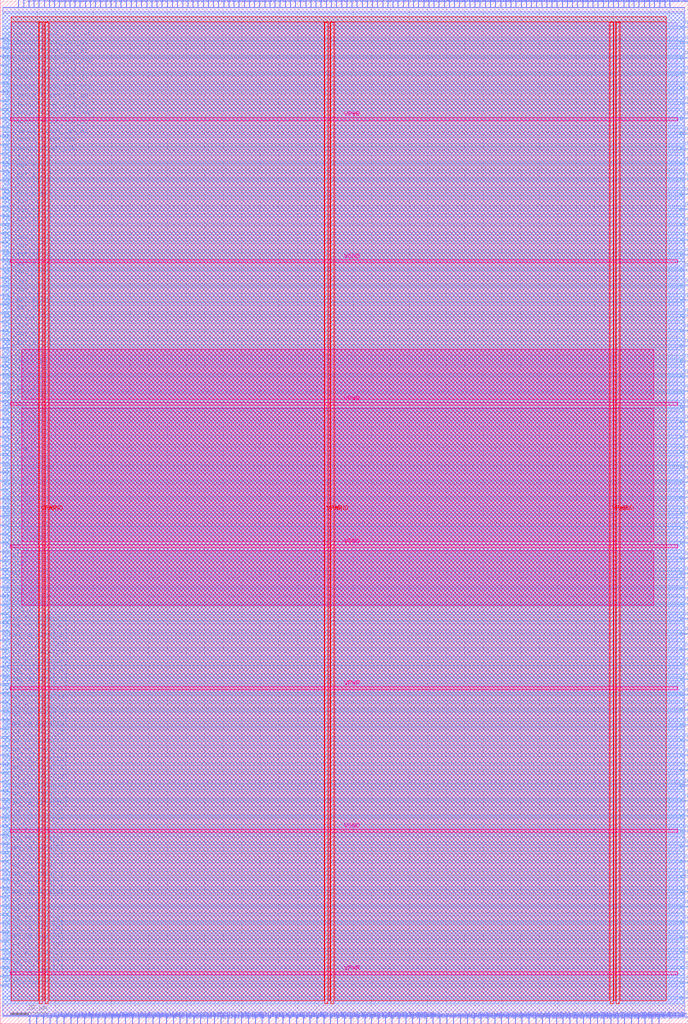
<source format=lef>
VERSION 5.7 ;
  NOWIREEXTENSIONATPIN ON ;
  DIVIDERCHAR "/" ;
  BUSBITCHARS "[]" ;
MACRO housekeeping
  CLASS BLOCK ;
  FOREIGN housekeeping ;
  ORIGIN 0.000 0.000 ;
  SIZE 370.230 BY 550.950 ;
  PIN VGND
    DIRECTION INOUT ;
    USE GROUND ;
    PORT
      LAYER met4 ;
        RECT 24.340 10.640 25.940 538.800 ;
    END
    PORT
      LAYER met4 ;
        RECT 177.940 10.640 179.540 538.800 ;
    END
    PORT
      LAYER met4 ;
        RECT 331.540 10.640 333.140 538.800 ;
    END
    PORT
      LAYER met5 ;
        RECT 5.280 103.080 364.560 104.680 ;
    END
    PORT
      LAYER met5 ;
        RECT 5.280 256.260 364.560 257.860 ;
    END
    PORT
      LAYER met5 ;
        RECT 5.280 409.440 364.560 411.040 ;
    END
  END VGND
  PIN VPWR
    DIRECTION INOUT ;
    USE POWER ;
    PORT
      LAYER met4 ;
        RECT 21.040 10.640 22.640 538.800 ;
    END
    PORT
      LAYER met4 ;
        RECT 174.640 10.640 176.240 538.800 ;
    END
    PORT
      LAYER met4 ;
        RECT 328.240 10.640 329.840 538.800 ;
    END
    PORT
      LAYER met5 ;
        RECT 5.280 26.490 364.560 28.090 ;
    END
    PORT
      LAYER met5 ;
        RECT 5.280 179.670 364.560 181.270 ;
    END
    PORT
      LAYER met5 ;
        RECT 5.280 332.850 364.560 334.450 ;
    END
    PORT
      LAYER met5 ;
        RECT 5.280 486.030 364.560 487.630 ;
    END
  END VPWR
  PIN debug_in
    DIRECTION OUTPUT TRISTATE ;
    USE SIGNAL ;
    PORT
      LAYER met3 ;
        RECT 0.000 220.360 4.000 220.960 ;
    END
  END debug_in
  PIN debug_mode
    DIRECTION INPUT ;
    USE SIGNAL ;
    PORT
      LAYER met3 ;
        RECT 0.000 225.120 4.000 225.720 ;
    END
  END debug_mode
  PIN debug_oeb
    DIRECTION INPUT ;
    USE SIGNAL ;
    PORT
      LAYER met3 ;
        RECT 0.000 229.880 4.000 230.480 ;
    END
  END debug_oeb
  PIN debug_out
    DIRECTION INPUT ;
    USE SIGNAL ;
    PORT
      LAYER met3 ;
        RECT 0.000 234.640 4.000 235.240 ;
    END
  END debug_out
  PIN irq[0]
    DIRECTION OUTPUT TRISTATE ;
    USE SIGNAL ;
    PORT
      LAYER met3 ;
        RECT 0.000 244.160 4.000 244.760 ;
    END
  END irq[0]
  PIN irq[1]
    DIRECTION OUTPUT TRISTATE ;
    USE SIGNAL ;
    PORT
      LAYER met3 ;
        RECT 0.000 248.920 4.000 249.520 ;
    END
  END irq[1]
  PIN irq[2]
    DIRECTION OUTPUT TRISTATE ;
    USE SIGNAL ;
    PORT
      LAYER met3 ;
        RECT 0.000 253.680 4.000 254.280 ;
    END
  END irq[2]
  PIN mask_rev_in[0]
    DIRECTION INPUT ;
    USE SIGNAL ;
    PORT
      LAYER met2 ;
        RECT 225.490 0.000 225.770 4.000 ;
    END
  END mask_rev_in[0]
  PIN mask_rev_in[10]
    DIRECTION INPUT ;
    USE SIGNAL ;
    PORT
      LAYER met2 ;
        RECT 262.290 0.000 262.570 4.000 ;
    END
  END mask_rev_in[10]
  PIN mask_rev_in[11]
    DIRECTION INPUT ;
    USE SIGNAL ;
    PORT
      LAYER met2 ;
        RECT 265.970 0.000 266.250 4.000 ;
    END
  END mask_rev_in[11]
  PIN mask_rev_in[12]
    DIRECTION INPUT ;
    USE SIGNAL ;
    PORT
      LAYER met2 ;
        RECT 269.650 0.000 269.930 4.000 ;
    END
  END mask_rev_in[12]
  PIN mask_rev_in[13]
    DIRECTION INPUT ;
    USE SIGNAL ;
    PORT
      LAYER met2 ;
        RECT 273.330 0.000 273.610 4.000 ;
    END
  END mask_rev_in[13]
  PIN mask_rev_in[14]
    DIRECTION INPUT ;
    USE SIGNAL ;
    PORT
      LAYER met2 ;
        RECT 277.010 0.000 277.290 4.000 ;
    END
  END mask_rev_in[14]
  PIN mask_rev_in[15]
    DIRECTION INPUT ;
    USE SIGNAL ;
    PORT
      LAYER met2 ;
        RECT 280.690 0.000 280.970 4.000 ;
    END
  END mask_rev_in[15]
  PIN mask_rev_in[16]
    DIRECTION INPUT ;
    USE SIGNAL ;
    PORT
      LAYER met2 ;
        RECT 284.370 0.000 284.650 4.000 ;
    END
  END mask_rev_in[16]
  PIN mask_rev_in[17]
    DIRECTION INPUT ;
    USE SIGNAL ;
    PORT
      LAYER met2 ;
        RECT 288.050 0.000 288.330 4.000 ;
    END
  END mask_rev_in[17]
  PIN mask_rev_in[18]
    DIRECTION INPUT ;
    USE SIGNAL ;
    PORT
      LAYER met2 ;
        RECT 291.730 0.000 292.010 4.000 ;
    END
  END mask_rev_in[18]
  PIN mask_rev_in[19]
    DIRECTION INPUT ;
    USE SIGNAL ;
    PORT
      LAYER met2 ;
        RECT 295.410 0.000 295.690 4.000 ;
    END
  END mask_rev_in[19]
  PIN mask_rev_in[1]
    DIRECTION INPUT ;
    USE SIGNAL ;
    PORT
      LAYER met2 ;
        RECT 229.170 0.000 229.450 4.000 ;
    END
  END mask_rev_in[1]
  PIN mask_rev_in[20]
    DIRECTION INPUT ;
    USE SIGNAL ;
    PORT
      LAYER met2 ;
        RECT 299.090 0.000 299.370 4.000 ;
    END
  END mask_rev_in[20]
  PIN mask_rev_in[21]
    DIRECTION INPUT ;
    USE SIGNAL ;
    PORT
      LAYER met2 ;
        RECT 302.770 0.000 303.050 4.000 ;
    END
  END mask_rev_in[21]
  PIN mask_rev_in[22]
    DIRECTION INPUT ;
    USE SIGNAL ;
    PORT
      LAYER met2 ;
        RECT 306.450 0.000 306.730 4.000 ;
    END
  END mask_rev_in[22]
  PIN mask_rev_in[23]
    DIRECTION INPUT ;
    USE SIGNAL ;
    PORT
      LAYER met2 ;
        RECT 310.130 0.000 310.410 4.000 ;
    END
  END mask_rev_in[23]
  PIN mask_rev_in[24]
    DIRECTION INPUT ;
    USE SIGNAL ;
    PORT
      LAYER met2 ;
        RECT 313.810 0.000 314.090 4.000 ;
    END
  END mask_rev_in[24]
  PIN mask_rev_in[25]
    DIRECTION INPUT ;
    USE SIGNAL ;
    PORT
      LAYER met2 ;
        RECT 317.490 0.000 317.770 4.000 ;
    END
  END mask_rev_in[25]
  PIN mask_rev_in[26]
    DIRECTION INPUT ;
    USE SIGNAL ;
    PORT
      LAYER met2 ;
        RECT 321.170 0.000 321.450 4.000 ;
    END
  END mask_rev_in[26]
  PIN mask_rev_in[27]
    DIRECTION INPUT ;
    USE SIGNAL ;
    PORT
      LAYER met2 ;
        RECT 324.850 0.000 325.130 4.000 ;
    END
  END mask_rev_in[27]
  PIN mask_rev_in[28]
    DIRECTION INPUT ;
    USE SIGNAL ;
    PORT
      LAYER met2 ;
        RECT 328.530 0.000 328.810 4.000 ;
    END
  END mask_rev_in[28]
  PIN mask_rev_in[29]
    DIRECTION INPUT ;
    USE SIGNAL ;
    PORT
      LAYER met2 ;
        RECT 332.210 0.000 332.490 4.000 ;
    END
  END mask_rev_in[29]
  PIN mask_rev_in[2]
    DIRECTION INPUT ;
    USE SIGNAL ;
    PORT
      LAYER met2 ;
        RECT 232.850 0.000 233.130 4.000 ;
    END
  END mask_rev_in[2]
  PIN mask_rev_in[30]
    DIRECTION INPUT ;
    USE SIGNAL ;
    PORT
      LAYER met2 ;
        RECT 335.890 0.000 336.170 4.000 ;
    END
  END mask_rev_in[30]
  PIN mask_rev_in[31]
    DIRECTION INPUT ;
    USE SIGNAL ;
    PORT
      LAYER met2 ;
        RECT 339.570 0.000 339.850 4.000 ;
    END
  END mask_rev_in[31]
  PIN mask_rev_in[3]
    DIRECTION INPUT ;
    USE SIGNAL ;
    PORT
      LAYER met2 ;
        RECT 236.530 0.000 236.810 4.000 ;
    END
  END mask_rev_in[3]
  PIN mask_rev_in[4]
    DIRECTION INPUT ;
    USE SIGNAL ;
    PORT
      LAYER met2 ;
        RECT 240.210 0.000 240.490 4.000 ;
    END
  END mask_rev_in[4]
  PIN mask_rev_in[5]
    DIRECTION INPUT ;
    USE SIGNAL ;
    PORT
      LAYER met2 ;
        RECT 243.890 0.000 244.170 4.000 ;
    END
  END mask_rev_in[5]
  PIN mask_rev_in[6]
    DIRECTION INPUT ;
    USE SIGNAL ;
    PORT
      LAYER met2 ;
        RECT 247.570 0.000 247.850 4.000 ;
    END
  END mask_rev_in[6]
  PIN mask_rev_in[7]
    DIRECTION INPUT ;
    USE SIGNAL ;
    PORT
      LAYER met2 ;
        RECT 251.250 0.000 251.530 4.000 ;
    END
  END mask_rev_in[7]
  PIN mask_rev_in[8]
    DIRECTION INPUT ;
    USE SIGNAL ;
    PORT
      LAYER met2 ;
        RECT 254.930 0.000 255.210 4.000 ;
    END
  END mask_rev_in[8]
  PIN mask_rev_in[9]
    DIRECTION INPUT ;
    USE SIGNAL ;
    PORT
      LAYER met2 ;
        RECT 258.610 0.000 258.890 4.000 ;
    END
  END mask_rev_in[9]
  PIN mgmt_gpio_in[0]
    DIRECTION INPUT ;
    USE SIGNAL ;
    PORT
      LAYER met3 ;
        RECT 366.230 54.440 370.230 55.040 ;
    END
  END mgmt_gpio_in[0]
  PIN mgmt_gpio_in[10]
    DIRECTION INPUT ;
    USE SIGNAL ;
    PORT
      LAYER met3 ;
        RECT 366.230 299.240 370.230 299.840 ;
    END
  END mgmt_gpio_in[10]
  PIN mgmt_gpio_in[11]
    DIRECTION INPUT ;
    USE SIGNAL ;
    PORT
      LAYER met3 ;
        RECT 366.230 323.720 370.230 324.320 ;
    END
  END mgmt_gpio_in[11]
  PIN mgmt_gpio_in[12]
    DIRECTION INPUT ;
    USE SIGNAL ;
    PORT
      LAYER met3 ;
        RECT 366.230 348.200 370.230 348.800 ;
    END
  END mgmt_gpio_in[12]
  PIN mgmt_gpio_in[13]
    DIRECTION INPUT ;
    USE SIGNAL ;
    PORT
      LAYER met3 ;
        RECT 366.230 372.680 370.230 373.280 ;
    END
  END mgmt_gpio_in[13]
  PIN mgmt_gpio_in[14]
    DIRECTION INPUT ;
    USE SIGNAL ;
    PORT
      LAYER met3 ;
        RECT 366.230 397.160 370.230 397.760 ;
    END
  END mgmt_gpio_in[14]
  PIN mgmt_gpio_in[15]
    DIRECTION INPUT ;
    USE SIGNAL ;
    PORT
      LAYER met3 ;
        RECT 366.230 421.640 370.230 422.240 ;
    END
  END mgmt_gpio_in[15]
  PIN mgmt_gpio_in[16]
    DIRECTION INPUT ;
    USE SIGNAL ;
    PORT
      LAYER met3 ;
        RECT 366.230 446.120 370.230 446.720 ;
    END
  END mgmt_gpio_in[16]
  PIN mgmt_gpio_in[17]
    DIRECTION INPUT ;
    USE SIGNAL ;
    PORT
      LAYER met3 ;
        RECT 366.230 470.600 370.230 471.200 ;
    END
  END mgmt_gpio_in[17]
  PIN mgmt_gpio_in[18]
    DIRECTION INPUT ;
    USE SIGNAL ;
    PORT
      LAYER met3 ;
        RECT 366.230 495.080 370.230 495.680 ;
    END
  END mgmt_gpio_in[18]
  PIN mgmt_gpio_in[19]
    DIRECTION INPUT ;
    USE SIGNAL ;
    PORT
      LAYER met3 ;
        RECT 366.230 519.560 370.230 520.160 ;
    END
  END mgmt_gpio_in[19]
  PIN mgmt_gpio_in[1]
    DIRECTION INPUT ;
    USE SIGNAL ;
    PORT
      LAYER met3 ;
        RECT 366.230 78.920 370.230 79.520 ;
    END
  END mgmt_gpio_in[1]
  PIN mgmt_gpio_in[20]
    DIRECTION INPUT ;
    USE SIGNAL ;
    PORT
      LAYER met2 ;
        RECT 213.990 546.950 214.270 550.950 ;
    END
  END mgmt_gpio_in[20]
  PIN mgmt_gpio_in[21]
    DIRECTION INPUT ;
    USE SIGNAL ;
    PORT
      LAYER met2 ;
        RECT 222.270 546.950 222.550 550.950 ;
    END
  END mgmt_gpio_in[21]
  PIN mgmt_gpio_in[22]
    DIRECTION INPUT ;
    USE SIGNAL ;
    PORT
      LAYER met2 ;
        RECT 230.550 546.950 230.830 550.950 ;
    END
  END mgmt_gpio_in[22]
  PIN mgmt_gpio_in[23]
    DIRECTION INPUT ;
    USE SIGNAL ;
    PORT
      LAYER met2 ;
        RECT 238.830 546.950 239.110 550.950 ;
    END
  END mgmt_gpio_in[23]
  PIN mgmt_gpio_in[24]
    DIRECTION INPUT ;
    USE SIGNAL ;
    PORT
      LAYER met2 ;
        RECT 247.110 546.950 247.390 550.950 ;
    END
  END mgmt_gpio_in[24]
  PIN mgmt_gpio_in[25]
    DIRECTION INPUT ;
    USE SIGNAL ;
    PORT
      LAYER met2 ;
        RECT 255.390 546.950 255.670 550.950 ;
    END
  END mgmt_gpio_in[25]
  PIN mgmt_gpio_in[26]
    DIRECTION INPUT ;
    USE SIGNAL ;
    PORT
      LAYER met2 ;
        RECT 263.670 546.950 263.950 550.950 ;
    END
  END mgmt_gpio_in[26]
  PIN mgmt_gpio_in[27]
    DIRECTION INPUT ;
    USE SIGNAL ;
    PORT
      LAYER met2 ;
        RECT 271.950 546.950 272.230 550.950 ;
    END
  END mgmt_gpio_in[27]
  PIN mgmt_gpio_in[28]
    DIRECTION INPUT ;
    USE SIGNAL ;
    PORT
      LAYER met2 ;
        RECT 280.230 546.950 280.510 550.950 ;
    END
  END mgmt_gpio_in[28]
  PIN mgmt_gpio_in[29]
    DIRECTION INPUT ;
    USE SIGNAL ;
    PORT
      LAYER met2 ;
        RECT 288.510 546.950 288.790 550.950 ;
    END
  END mgmt_gpio_in[29]
  PIN mgmt_gpio_in[2]
    DIRECTION INPUT ;
    USE SIGNAL ;
    PORT
      LAYER met3 ;
        RECT 366.230 103.400 370.230 104.000 ;
    END
  END mgmt_gpio_in[2]
  PIN mgmt_gpio_in[30]
    DIRECTION INPUT ;
    USE SIGNAL ;
    PORT
      LAYER met2 ;
        RECT 296.790 546.950 297.070 550.950 ;
    END
  END mgmt_gpio_in[30]
  PIN mgmt_gpio_in[31]
    DIRECTION INPUT ;
    USE SIGNAL ;
    PORT
      LAYER met2 ;
        RECT 305.070 546.950 305.350 550.950 ;
    END
  END mgmt_gpio_in[31]
  PIN mgmt_gpio_in[32]
    DIRECTION INPUT ;
    USE SIGNAL ;
    PORT
      LAYER met2 ;
        RECT 313.350 546.950 313.630 550.950 ;
    END
  END mgmt_gpio_in[32]
  PIN mgmt_gpio_in[33]
    DIRECTION INPUT ;
    USE SIGNAL ;
    PORT
      LAYER met2 ;
        RECT 321.630 546.950 321.910 550.950 ;
    END
  END mgmt_gpio_in[33]
  PIN mgmt_gpio_in[34]
    DIRECTION INPUT ;
    USE SIGNAL ;
    PORT
      LAYER met2 ;
        RECT 329.910 546.950 330.190 550.950 ;
    END
  END mgmt_gpio_in[34]
  PIN mgmt_gpio_in[35]
    DIRECTION INPUT ;
    USE SIGNAL ;
    PORT
      LAYER met2 ;
        RECT 338.190 546.950 338.470 550.950 ;
    END
  END mgmt_gpio_in[35]
  PIN mgmt_gpio_in[36]
    DIRECTION INPUT ;
    USE SIGNAL ;
    PORT
      LAYER met2 ;
        RECT 346.470 546.950 346.750 550.950 ;
    END
  END mgmt_gpio_in[36]
  PIN mgmt_gpio_in[37]
    DIRECTION INPUT ;
    USE SIGNAL ;
    PORT
      LAYER met2 ;
        RECT 354.750 546.950 355.030 550.950 ;
    END
  END mgmt_gpio_in[37]
  PIN mgmt_gpio_in[3]
    DIRECTION INPUT ;
    USE SIGNAL ;
    PORT
      LAYER met3 ;
        RECT 366.230 127.880 370.230 128.480 ;
    END
  END mgmt_gpio_in[3]
  PIN mgmt_gpio_in[4]
    DIRECTION INPUT ;
    USE SIGNAL ;
    PORT
      LAYER met3 ;
        RECT 366.230 152.360 370.230 152.960 ;
    END
  END mgmt_gpio_in[4]
  PIN mgmt_gpio_in[5]
    DIRECTION INPUT ;
    USE SIGNAL ;
    PORT
      LAYER met3 ;
        RECT 366.230 176.840 370.230 177.440 ;
    END
  END mgmt_gpio_in[5]
  PIN mgmt_gpio_in[6]
    DIRECTION INPUT ;
    USE SIGNAL ;
    PORT
      LAYER met3 ;
        RECT 366.230 201.320 370.230 201.920 ;
    END
  END mgmt_gpio_in[6]
  PIN mgmt_gpio_in[7]
    DIRECTION INPUT ;
    USE SIGNAL ;
    PORT
      LAYER met3 ;
        RECT 366.230 225.800 370.230 226.400 ;
    END
  END mgmt_gpio_in[7]
  PIN mgmt_gpio_in[8]
    DIRECTION INPUT ;
    USE SIGNAL ;
    PORT
      LAYER met3 ;
        RECT 366.230 250.280 370.230 250.880 ;
    END
  END mgmt_gpio_in[8]
  PIN mgmt_gpio_in[9]
    DIRECTION INPUT ;
    USE SIGNAL ;
    PORT
      LAYER met3 ;
        RECT 366.230 274.760 370.230 275.360 ;
    END
  END mgmt_gpio_in[9]
  PIN mgmt_gpio_oeb[0]
    DIRECTION OUTPUT TRISTATE ;
    USE SIGNAL ;
    PORT
      LAYER met3 ;
        RECT 366.230 62.600 370.230 63.200 ;
    END
  END mgmt_gpio_oeb[0]
  PIN mgmt_gpio_oeb[10]
    DIRECTION OUTPUT TRISTATE ;
    USE SIGNAL ;
    PORT
      LAYER met3 ;
        RECT 366.230 307.400 370.230 308.000 ;
    END
  END mgmt_gpio_oeb[10]
  PIN mgmt_gpio_oeb[11]
    DIRECTION OUTPUT TRISTATE ;
    USE SIGNAL ;
    PORT
      LAYER met3 ;
        RECT 366.230 331.880 370.230 332.480 ;
    END
  END mgmt_gpio_oeb[11]
  PIN mgmt_gpio_oeb[12]
    DIRECTION OUTPUT TRISTATE ;
    USE SIGNAL ;
    PORT
      LAYER met3 ;
        RECT 366.230 356.360 370.230 356.960 ;
    END
  END mgmt_gpio_oeb[12]
  PIN mgmt_gpio_oeb[13]
    DIRECTION OUTPUT TRISTATE ;
    USE SIGNAL ;
    PORT
      LAYER met3 ;
        RECT 366.230 380.840 370.230 381.440 ;
    END
  END mgmt_gpio_oeb[13]
  PIN mgmt_gpio_oeb[14]
    DIRECTION OUTPUT TRISTATE ;
    USE SIGNAL ;
    PORT
      LAYER met3 ;
        RECT 366.230 405.320 370.230 405.920 ;
    END
  END mgmt_gpio_oeb[14]
  PIN mgmt_gpio_oeb[15]
    DIRECTION OUTPUT TRISTATE ;
    USE SIGNAL ;
    PORT
      LAYER met3 ;
        RECT 366.230 429.800 370.230 430.400 ;
    END
  END mgmt_gpio_oeb[15]
  PIN mgmt_gpio_oeb[16]
    DIRECTION OUTPUT TRISTATE ;
    USE SIGNAL ;
    PORT
      LAYER met3 ;
        RECT 366.230 454.280 370.230 454.880 ;
    END
  END mgmt_gpio_oeb[16]
  PIN mgmt_gpio_oeb[17]
    DIRECTION OUTPUT TRISTATE ;
    USE SIGNAL ;
    PORT
      LAYER met3 ;
        RECT 366.230 478.760 370.230 479.360 ;
    END
  END mgmt_gpio_oeb[17]
  PIN mgmt_gpio_oeb[18]
    DIRECTION OUTPUT TRISTATE ;
    USE SIGNAL ;
    PORT
      LAYER met3 ;
        RECT 366.230 503.240 370.230 503.840 ;
    END
  END mgmt_gpio_oeb[18]
  PIN mgmt_gpio_oeb[19]
    DIRECTION OUTPUT TRISTATE ;
    USE SIGNAL ;
    PORT
      LAYER met3 ;
        RECT 366.230 527.720 370.230 528.320 ;
    END
  END mgmt_gpio_oeb[19]
  PIN mgmt_gpio_oeb[1]
    DIRECTION OUTPUT TRISTATE ;
    USE SIGNAL ;
    PORT
      LAYER met3 ;
        RECT 366.230 87.080 370.230 87.680 ;
    END
  END mgmt_gpio_oeb[1]
  PIN mgmt_gpio_oeb[20]
    DIRECTION OUTPUT TRISTATE ;
    USE SIGNAL ;
    PORT
      LAYER met2 ;
        RECT 216.750 546.950 217.030 550.950 ;
    END
  END mgmt_gpio_oeb[20]
  PIN mgmt_gpio_oeb[21]
    DIRECTION OUTPUT TRISTATE ;
    USE SIGNAL ;
    PORT
      LAYER met2 ;
        RECT 225.030 546.950 225.310 550.950 ;
    END
  END mgmt_gpio_oeb[21]
  PIN mgmt_gpio_oeb[22]
    DIRECTION OUTPUT TRISTATE ;
    USE SIGNAL ;
    PORT
      LAYER met2 ;
        RECT 233.310 546.950 233.590 550.950 ;
    END
  END mgmt_gpio_oeb[22]
  PIN mgmt_gpio_oeb[23]
    DIRECTION OUTPUT TRISTATE ;
    USE SIGNAL ;
    PORT
      LAYER met2 ;
        RECT 241.590 546.950 241.870 550.950 ;
    END
  END mgmt_gpio_oeb[23]
  PIN mgmt_gpio_oeb[24]
    DIRECTION OUTPUT TRISTATE ;
    USE SIGNAL ;
    PORT
      LAYER met2 ;
        RECT 249.870 546.950 250.150 550.950 ;
    END
  END mgmt_gpio_oeb[24]
  PIN mgmt_gpio_oeb[25]
    DIRECTION OUTPUT TRISTATE ;
    USE SIGNAL ;
    PORT
      LAYER met2 ;
        RECT 258.150 546.950 258.430 550.950 ;
    END
  END mgmt_gpio_oeb[25]
  PIN mgmt_gpio_oeb[26]
    DIRECTION OUTPUT TRISTATE ;
    USE SIGNAL ;
    PORT
      LAYER met2 ;
        RECT 266.430 546.950 266.710 550.950 ;
    END
  END mgmt_gpio_oeb[26]
  PIN mgmt_gpio_oeb[27]
    DIRECTION OUTPUT TRISTATE ;
    USE SIGNAL ;
    PORT
      LAYER met2 ;
        RECT 274.710 546.950 274.990 550.950 ;
    END
  END mgmt_gpio_oeb[27]
  PIN mgmt_gpio_oeb[28]
    DIRECTION OUTPUT TRISTATE ;
    USE SIGNAL ;
    PORT
      LAYER met2 ;
        RECT 282.990 546.950 283.270 550.950 ;
    END
  END mgmt_gpio_oeb[28]
  PIN mgmt_gpio_oeb[29]
    DIRECTION OUTPUT TRISTATE ;
    USE SIGNAL ;
    PORT
      LAYER met2 ;
        RECT 291.270 546.950 291.550 550.950 ;
    END
  END mgmt_gpio_oeb[29]
  PIN mgmt_gpio_oeb[2]
    DIRECTION OUTPUT TRISTATE ;
    USE SIGNAL ;
    PORT
      LAYER met3 ;
        RECT 366.230 111.560 370.230 112.160 ;
    END
  END mgmt_gpio_oeb[2]
  PIN mgmt_gpio_oeb[30]
    DIRECTION OUTPUT TRISTATE ;
    USE SIGNAL ;
    PORT
      LAYER met2 ;
        RECT 299.550 546.950 299.830 550.950 ;
    END
  END mgmt_gpio_oeb[30]
  PIN mgmt_gpio_oeb[31]
    DIRECTION OUTPUT TRISTATE ;
    USE SIGNAL ;
    PORT
      LAYER met2 ;
        RECT 307.830 546.950 308.110 550.950 ;
    END
  END mgmt_gpio_oeb[31]
  PIN mgmt_gpio_oeb[32]
    DIRECTION OUTPUT TRISTATE ;
    USE SIGNAL ;
    PORT
      LAYER met2 ;
        RECT 316.110 546.950 316.390 550.950 ;
    END
  END mgmt_gpio_oeb[32]
  PIN mgmt_gpio_oeb[33]
    DIRECTION OUTPUT TRISTATE ;
    USE SIGNAL ;
    PORT
      LAYER met2 ;
        RECT 324.390 546.950 324.670 550.950 ;
    END
  END mgmt_gpio_oeb[33]
  PIN mgmt_gpio_oeb[34]
    DIRECTION OUTPUT TRISTATE ;
    USE SIGNAL ;
    PORT
      LAYER met2 ;
        RECT 332.670 546.950 332.950 550.950 ;
    END
  END mgmt_gpio_oeb[34]
  PIN mgmt_gpio_oeb[35]
    DIRECTION OUTPUT TRISTATE ;
    USE SIGNAL ;
    PORT
      LAYER met2 ;
        RECT 340.950 546.950 341.230 550.950 ;
    END
  END mgmt_gpio_oeb[35]
  PIN mgmt_gpio_oeb[36]
    DIRECTION OUTPUT TRISTATE ;
    USE SIGNAL ;
    PORT
      LAYER met2 ;
        RECT 349.230 546.950 349.510 550.950 ;
    END
  END mgmt_gpio_oeb[36]
  PIN mgmt_gpio_oeb[37]
    DIRECTION OUTPUT TRISTATE ;
    USE SIGNAL ;
    PORT
      LAYER met2 ;
        RECT 357.510 546.950 357.790 550.950 ;
    END
  END mgmt_gpio_oeb[37]
  PIN mgmt_gpio_oeb[3]
    DIRECTION OUTPUT TRISTATE ;
    USE SIGNAL ;
    PORT
      LAYER met3 ;
        RECT 366.230 136.040 370.230 136.640 ;
    END
  END mgmt_gpio_oeb[3]
  PIN mgmt_gpio_oeb[4]
    DIRECTION OUTPUT TRISTATE ;
    USE SIGNAL ;
    PORT
      LAYER met3 ;
        RECT 366.230 160.520 370.230 161.120 ;
    END
  END mgmt_gpio_oeb[4]
  PIN mgmt_gpio_oeb[5]
    DIRECTION OUTPUT TRISTATE ;
    USE SIGNAL ;
    PORT
      LAYER met3 ;
        RECT 366.230 185.000 370.230 185.600 ;
    END
  END mgmt_gpio_oeb[5]
  PIN mgmt_gpio_oeb[6]
    DIRECTION OUTPUT TRISTATE ;
    USE SIGNAL ;
    PORT
      LAYER met3 ;
        RECT 366.230 209.480 370.230 210.080 ;
    END
  END mgmt_gpio_oeb[6]
  PIN mgmt_gpio_oeb[7]
    DIRECTION OUTPUT TRISTATE ;
    USE SIGNAL ;
    PORT
      LAYER met3 ;
        RECT 366.230 233.960 370.230 234.560 ;
    END
  END mgmt_gpio_oeb[7]
  PIN mgmt_gpio_oeb[8]
    DIRECTION OUTPUT TRISTATE ;
    USE SIGNAL ;
    PORT
      LAYER met3 ;
        RECT 366.230 258.440 370.230 259.040 ;
    END
  END mgmt_gpio_oeb[8]
  PIN mgmt_gpio_oeb[9]
    DIRECTION OUTPUT TRISTATE ;
    USE SIGNAL ;
    PORT
      LAYER met3 ;
        RECT 366.230 282.920 370.230 283.520 ;
    END
  END mgmt_gpio_oeb[9]
  PIN mgmt_gpio_out[0]
    DIRECTION OUTPUT TRISTATE ;
    USE SIGNAL ;
    PORT
      LAYER met3 ;
        RECT 366.230 70.760 370.230 71.360 ;
    END
  END mgmt_gpio_out[0]
  PIN mgmt_gpio_out[10]
    DIRECTION OUTPUT TRISTATE ;
    USE SIGNAL ;
    PORT
      LAYER met3 ;
        RECT 366.230 315.560 370.230 316.160 ;
    END
  END mgmt_gpio_out[10]
  PIN mgmt_gpio_out[11]
    DIRECTION OUTPUT TRISTATE ;
    USE SIGNAL ;
    PORT
      LAYER met3 ;
        RECT 366.230 340.040 370.230 340.640 ;
    END
  END mgmt_gpio_out[11]
  PIN mgmt_gpio_out[12]
    DIRECTION OUTPUT TRISTATE ;
    USE SIGNAL ;
    PORT
      LAYER met3 ;
        RECT 366.230 364.520 370.230 365.120 ;
    END
  END mgmt_gpio_out[12]
  PIN mgmt_gpio_out[13]
    DIRECTION OUTPUT TRISTATE ;
    USE SIGNAL ;
    PORT
      LAYER met3 ;
        RECT 366.230 389.000 370.230 389.600 ;
    END
  END mgmt_gpio_out[13]
  PIN mgmt_gpio_out[14]
    DIRECTION OUTPUT TRISTATE ;
    USE SIGNAL ;
    PORT
      LAYER met3 ;
        RECT 366.230 413.480 370.230 414.080 ;
    END
  END mgmt_gpio_out[14]
  PIN mgmt_gpio_out[15]
    DIRECTION OUTPUT TRISTATE ;
    USE SIGNAL ;
    PORT
      LAYER met3 ;
        RECT 366.230 437.960 370.230 438.560 ;
    END
  END mgmt_gpio_out[15]
  PIN mgmt_gpio_out[16]
    DIRECTION OUTPUT TRISTATE ;
    USE SIGNAL ;
    PORT
      LAYER met3 ;
        RECT 366.230 462.440 370.230 463.040 ;
    END
  END mgmt_gpio_out[16]
  PIN mgmt_gpio_out[17]
    DIRECTION OUTPUT TRISTATE ;
    USE SIGNAL ;
    PORT
      LAYER met3 ;
        RECT 366.230 486.920 370.230 487.520 ;
    END
  END mgmt_gpio_out[17]
  PIN mgmt_gpio_out[18]
    DIRECTION OUTPUT TRISTATE ;
    USE SIGNAL ;
    PORT
      LAYER met3 ;
        RECT 366.230 511.400 370.230 512.000 ;
    END
  END mgmt_gpio_out[18]
  PIN mgmt_gpio_out[19]
    DIRECTION OUTPUT TRISTATE ;
    USE SIGNAL ;
    PORT
      LAYER met3 ;
        RECT 366.230 535.880 370.230 536.480 ;
    END
  END mgmt_gpio_out[19]
  PIN mgmt_gpio_out[1]
    DIRECTION OUTPUT TRISTATE ;
    USE SIGNAL ;
    PORT
      LAYER met3 ;
        RECT 366.230 95.240 370.230 95.840 ;
    END
  END mgmt_gpio_out[1]
  PIN mgmt_gpio_out[20]
    DIRECTION OUTPUT TRISTATE ;
    USE SIGNAL ;
    PORT
      LAYER met2 ;
        RECT 219.510 546.950 219.790 550.950 ;
    END
  END mgmt_gpio_out[20]
  PIN mgmt_gpio_out[21]
    DIRECTION OUTPUT TRISTATE ;
    USE SIGNAL ;
    PORT
      LAYER met2 ;
        RECT 227.790 546.950 228.070 550.950 ;
    END
  END mgmt_gpio_out[21]
  PIN mgmt_gpio_out[22]
    DIRECTION OUTPUT TRISTATE ;
    USE SIGNAL ;
    PORT
      LAYER met2 ;
        RECT 236.070 546.950 236.350 550.950 ;
    END
  END mgmt_gpio_out[22]
  PIN mgmt_gpio_out[23]
    DIRECTION OUTPUT TRISTATE ;
    USE SIGNAL ;
    PORT
      LAYER met2 ;
        RECT 244.350 546.950 244.630 550.950 ;
    END
  END mgmt_gpio_out[23]
  PIN mgmt_gpio_out[24]
    DIRECTION OUTPUT TRISTATE ;
    USE SIGNAL ;
    PORT
      LAYER met2 ;
        RECT 252.630 546.950 252.910 550.950 ;
    END
  END mgmt_gpio_out[24]
  PIN mgmt_gpio_out[25]
    DIRECTION OUTPUT TRISTATE ;
    USE SIGNAL ;
    PORT
      LAYER met2 ;
        RECT 260.910 546.950 261.190 550.950 ;
    END
  END mgmt_gpio_out[25]
  PIN mgmt_gpio_out[26]
    DIRECTION OUTPUT TRISTATE ;
    USE SIGNAL ;
    PORT
      LAYER met2 ;
        RECT 269.190 546.950 269.470 550.950 ;
    END
  END mgmt_gpio_out[26]
  PIN mgmt_gpio_out[27]
    DIRECTION OUTPUT TRISTATE ;
    USE SIGNAL ;
    PORT
      LAYER met2 ;
        RECT 277.470 546.950 277.750 550.950 ;
    END
  END mgmt_gpio_out[27]
  PIN mgmt_gpio_out[28]
    DIRECTION OUTPUT TRISTATE ;
    USE SIGNAL ;
    PORT
      LAYER met2 ;
        RECT 285.750 546.950 286.030 550.950 ;
    END
  END mgmt_gpio_out[28]
  PIN mgmt_gpio_out[29]
    DIRECTION OUTPUT TRISTATE ;
    USE SIGNAL ;
    PORT
      LAYER met2 ;
        RECT 294.030 546.950 294.310 550.950 ;
    END
  END mgmt_gpio_out[29]
  PIN mgmt_gpio_out[2]
    DIRECTION OUTPUT TRISTATE ;
    USE SIGNAL ;
    PORT
      LAYER met3 ;
        RECT 366.230 119.720 370.230 120.320 ;
    END
  END mgmt_gpio_out[2]
  PIN mgmt_gpio_out[30]
    DIRECTION OUTPUT TRISTATE ;
    USE SIGNAL ;
    PORT
      LAYER met2 ;
        RECT 302.310 546.950 302.590 550.950 ;
    END
  END mgmt_gpio_out[30]
  PIN mgmt_gpio_out[31]
    DIRECTION OUTPUT TRISTATE ;
    USE SIGNAL ;
    PORT
      LAYER met2 ;
        RECT 310.590 546.950 310.870 550.950 ;
    END
  END mgmt_gpio_out[31]
  PIN mgmt_gpio_out[32]
    DIRECTION OUTPUT TRISTATE ;
    USE SIGNAL ;
    PORT
      LAYER met2 ;
        RECT 318.870 546.950 319.150 550.950 ;
    END
  END mgmt_gpio_out[32]
  PIN mgmt_gpio_out[33]
    DIRECTION OUTPUT TRISTATE ;
    USE SIGNAL ;
    PORT
      LAYER met2 ;
        RECT 327.150 546.950 327.430 550.950 ;
    END
  END mgmt_gpio_out[33]
  PIN mgmt_gpio_out[34]
    DIRECTION OUTPUT TRISTATE ;
    USE SIGNAL ;
    PORT
      LAYER met2 ;
        RECT 335.430 546.950 335.710 550.950 ;
    END
  END mgmt_gpio_out[34]
  PIN mgmt_gpio_out[35]
    DIRECTION OUTPUT TRISTATE ;
    USE SIGNAL ;
    PORT
      LAYER met2 ;
        RECT 343.710 546.950 343.990 550.950 ;
    END
  END mgmt_gpio_out[35]
  PIN mgmt_gpio_out[36]
    DIRECTION OUTPUT TRISTATE ;
    USE SIGNAL ;
    PORT
      LAYER met2 ;
        RECT 351.990 546.950 352.270 550.950 ;
    END
  END mgmt_gpio_out[36]
  PIN mgmt_gpio_out[37]
    DIRECTION OUTPUT TRISTATE ;
    USE SIGNAL ;
    PORT
      LAYER met2 ;
        RECT 360.270 546.950 360.550 550.950 ;
    END
  END mgmt_gpio_out[37]
  PIN mgmt_gpio_out[3]
    DIRECTION OUTPUT TRISTATE ;
    USE SIGNAL ;
    PORT
      LAYER met3 ;
        RECT 366.230 144.200 370.230 144.800 ;
    END
  END mgmt_gpio_out[3]
  PIN mgmt_gpio_out[4]
    DIRECTION OUTPUT TRISTATE ;
    USE SIGNAL ;
    PORT
      LAYER met3 ;
        RECT 366.230 168.680 370.230 169.280 ;
    END
  END mgmt_gpio_out[4]
  PIN mgmt_gpio_out[5]
    DIRECTION OUTPUT TRISTATE ;
    USE SIGNAL ;
    PORT
      LAYER met3 ;
        RECT 366.230 193.160 370.230 193.760 ;
    END
  END mgmt_gpio_out[5]
  PIN mgmt_gpio_out[6]
    DIRECTION OUTPUT TRISTATE ;
    USE SIGNAL ;
    PORT
      LAYER met3 ;
        RECT 366.230 217.640 370.230 218.240 ;
    END
  END mgmt_gpio_out[6]
  PIN mgmt_gpio_out[7]
    DIRECTION OUTPUT TRISTATE ;
    USE SIGNAL ;
    PORT
      LAYER met3 ;
        RECT 366.230 242.120 370.230 242.720 ;
    END
  END mgmt_gpio_out[7]
  PIN mgmt_gpio_out[8]
    DIRECTION OUTPUT TRISTATE ;
    USE SIGNAL ;
    PORT
      LAYER met3 ;
        RECT 366.230 266.600 370.230 267.200 ;
    END
  END mgmt_gpio_out[8]
  PIN mgmt_gpio_out[9]
    DIRECTION OUTPUT TRISTATE ;
    USE SIGNAL ;
    PORT
      LAYER met3 ;
        RECT 366.230 291.080 370.230 291.680 ;
    END
  END mgmt_gpio_out[9]
  PIN pad_flash_clk
    DIRECTION OUTPUT TRISTATE ;
    USE SIGNAL ;
    PORT
      LAYER met2 ;
        RECT 19.410 0.000 19.690 4.000 ;
    END
  END pad_flash_clk
  PIN pad_flash_clk_oeb
    DIRECTION OUTPUT TRISTATE ;
    USE SIGNAL ;
    PORT
      LAYER met2 ;
        RECT 23.090 0.000 23.370 4.000 ;
    END
  END pad_flash_clk_oeb
  PIN pad_flash_csb
    DIRECTION OUTPUT TRISTATE ;
    USE SIGNAL ;
    PORT
      LAYER met2 ;
        RECT 26.770 0.000 27.050 4.000 ;
    END
  END pad_flash_csb
  PIN pad_flash_csb_oeb
    DIRECTION OUTPUT TRISTATE ;
    USE SIGNAL ;
    PORT
      LAYER met2 ;
        RECT 30.450 0.000 30.730 4.000 ;
    END
  END pad_flash_csb_oeb
  PIN pad_flash_io0_di
    DIRECTION INPUT ;
    USE SIGNAL ;
    PORT
      LAYER met2 ;
        RECT 34.130 0.000 34.410 4.000 ;
    END
  END pad_flash_io0_di
  PIN pad_flash_io0_do
    DIRECTION OUTPUT TRISTATE ;
    USE SIGNAL ;
    PORT
      LAYER met2 ;
        RECT 37.810 0.000 38.090 4.000 ;
    END
  END pad_flash_io0_do
  PIN pad_flash_io0_ieb
    DIRECTION OUTPUT TRISTATE ;
    USE SIGNAL ;
    PORT
      LAYER met2 ;
        RECT 41.490 0.000 41.770 4.000 ;
    END
  END pad_flash_io0_ieb
  PIN pad_flash_io0_oeb
    DIRECTION OUTPUT TRISTATE ;
    USE SIGNAL ;
    PORT
      LAYER met2 ;
        RECT 45.170 0.000 45.450 4.000 ;
    END
  END pad_flash_io0_oeb
  PIN pad_flash_io1_di
    DIRECTION INPUT ;
    USE SIGNAL ;
    PORT
      LAYER met2 ;
        RECT 48.850 0.000 49.130 4.000 ;
    END
  END pad_flash_io1_di
  PIN pad_flash_io1_do
    DIRECTION OUTPUT TRISTATE ;
    USE SIGNAL ;
    PORT
      LAYER met2 ;
        RECT 52.530 0.000 52.810 4.000 ;
    END
  END pad_flash_io1_do
  PIN pad_flash_io1_ieb
    DIRECTION OUTPUT TRISTATE ;
    USE SIGNAL ;
    PORT
      LAYER met2 ;
        RECT 56.210 0.000 56.490 4.000 ;
    END
  END pad_flash_io1_ieb
  PIN pad_flash_io1_oeb
    DIRECTION OUTPUT TRISTATE ;
    USE SIGNAL ;
    PORT
      LAYER met2 ;
        RECT 59.890 0.000 60.170 4.000 ;
    END
  END pad_flash_io1_oeb
  PIN pll90_sel[0]
    DIRECTION OUTPUT TRISTATE ;
    USE SIGNAL ;
    PORT
      LAYER met2 ;
        RECT 107.730 0.000 108.010 4.000 ;
    END
  END pll90_sel[0]
  PIN pll90_sel[1]
    DIRECTION OUTPUT TRISTATE ;
    USE SIGNAL ;
    PORT
      LAYER met2 ;
        RECT 111.410 0.000 111.690 4.000 ;
    END
  END pll90_sel[1]
  PIN pll90_sel[2]
    DIRECTION OUTPUT TRISTATE ;
    USE SIGNAL ;
    PORT
      LAYER met2 ;
        RECT 115.090 0.000 115.370 4.000 ;
    END
  END pll90_sel[2]
  PIN pll_bypass
    DIRECTION OUTPUT TRISTATE ;
    USE SIGNAL ;
    PORT
      LAYER met2 ;
        RECT 214.450 0.000 214.730 4.000 ;
    END
  END pll_bypass
  PIN pll_dco_ena
    DIRECTION OUTPUT TRISTATE ;
    USE SIGNAL ;
    PORT
      LAYER met2 ;
        RECT 74.610 0.000 74.890 4.000 ;
    END
  END pll_dco_ena
  PIN pll_div[0]
    DIRECTION OUTPUT TRISTATE ;
    USE SIGNAL ;
    PORT
      LAYER met2 ;
        RECT 78.290 0.000 78.570 4.000 ;
    END
  END pll_div[0]
  PIN pll_div[1]
    DIRECTION OUTPUT TRISTATE ;
    USE SIGNAL ;
    PORT
      LAYER met2 ;
        RECT 81.970 0.000 82.250 4.000 ;
    END
  END pll_div[1]
  PIN pll_div[2]
    DIRECTION OUTPUT TRISTATE ;
    USE SIGNAL ;
    PORT
      LAYER met2 ;
        RECT 85.650 0.000 85.930 4.000 ;
    END
  END pll_div[2]
  PIN pll_div[3]
    DIRECTION OUTPUT TRISTATE ;
    USE SIGNAL ;
    PORT
      LAYER met2 ;
        RECT 89.330 0.000 89.610 4.000 ;
    END
  END pll_div[3]
  PIN pll_div[4]
    DIRECTION OUTPUT TRISTATE ;
    USE SIGNAL ;
    PORT
      LAYER met2 ;
        RECT 93.010 0.000 93.290 4.000 ;
    END
  END pll_div[4]
  PIN pll_ena
    DIRECTION OUTPUT TRISTATE ;
    USE SIGNAL ;
    PORT
      LAYER met2 ;
        RECT 70.930 0.000 71.210 4.000 ;
    END
  END pll_ena
  PIN pll_sel[0]
    DIRECTION OUTPUT TRISTATE ;
    USE SIGNAL ;
    PORT
      LAYER met2 ;
        RECT 96.690 0.000 96.970 4.000 ;
    END
  END pll_sel[0]
  PIN pll_sel[1]
    DIRECTION OUTPUT TRISTATE ;
    USE SIGNAL ;
    PORT
      LAYER met2 ;
        RECT 100.370 0.000 100.650 4.000 ;
    END
  END pll_sel[1]
  PIN pll_sel[2]
    DIRECTION OUTPUT TRISTATE ;
    USE SIGNAL ;
    PORT
      LAYER met2 ;
        RECT 104.050 0.000 104.330 4.000 ;
    END
  END pll_sel[2]
  PIN pll_trim[0]
    DIRECTION OUTPUT TRISTATE ;
    USE SIGNAL ;
    PORT
      LAYER met2 ;
        RECT 118.770 0.000 119.050 4.000 ;
    END
  END pll_trim[0]
  PIN pll_trim[10]
    DIRECTION OUTPUT TRISTATE ;
    USE SIGNAL ;
    PORT
      LAYER met2 ;
        RECT 155.570 0.000 155.850 4.000 ;
    END
  END pll_trim[10]
  PIN pll_trim[11]
    DIRECTION OUTPUT TRISTATE ;
    USE SIGNAL ;
    PORT
      LAYER met2 ;
        RECT 159.250 0.000 159.530 4.000 ;
    END
  END pll_trim[11]
  PIN pll_trim[12]
    DIRECTION OUTPUT TRISTATE ;
    USE SIGNAL ;
    PORT
      LAYER met2 ;
        RECT 162.930 0.000 163.210 4.000 ;
    END
  END pll_trim[12]
  PIN pll_trim[13]
    DIRECTION OUTPUT TRISTATE ;
    USE SIGNAL ;
    PORT
      LAYER met2 ;
        RECT 166.610 0.000 166.890 4.000 ;
    END
  END pll_trim[13]
  PIN pll_trim[14]
    DIRECTION OUTPUT TRISTATE ;
    USE SIGNAL ;
    PORT
      LAYER met2 ;
        RECT 170.290 0.000 170.570 4.000 ;
    END
  END pll_trim[14]
  PIN pll_trim[15]
    DIRECTION OUTPUT TRISTATE ;
    USE SIGNAL ;
    PORT
      LAYER met2 ;
        RECT 173.970 0.000 174.250 4.000 ;
    END
  END pll_trim[15]
  PIN pll_trim[16]
    DIRECTION OUTPUT TRISTATE ;
    USE SIGNAL ;
    PORT
      LAYER met2 ;
        RECT 177.650 0.000 177.930 4.000 ;
    END
  END pll_trim[16]
  PIN pll_trim[17]
    DIRECTION OUTPUT TRISTATE ;
    USE SIGNAL ;
    PORT
      LAYER met2 ;
        RECT 181.330 0.000 181.610 4.000 ;
    END
  END pll_trim[17]
  PIN pll_trim[18]
    DIRECTION OUTPUT TRISTATE ;
    USE SIGNAL ;
    PORT
      LAYER met2 ;
        RECT 185.010 0.000 185.290 4.000 ;
    END
  END pll_trim[18]
  PIN pll_trim[19]
    DIRECTION OUTPUT TRISTATE ;
    USE SIGNAL ;
    PORT
      LAYER met2 ;
        RECT 188.690 0.000 188.970 4.000 ;
    END
  END pll_trim[19]
  PIN pll_trim[1]
    DIRECTION OUTPUT TRISTATE ;
    USE SIGNAL ;
    PORT
      LAYER met2 ;
        RECT 122.450 0.000 122.730 4.000 ;
    END
  END pll_trim[1]
  PIN pll_trim[20]
    DIRECTION OUTPUT TRISTATE ;
    USE SIGNAL ;
    PORT
      LAYER met2 ;
        RECT 192.370 0.000 192.650 4.000 ;
    END
  END pll_trim[20]
  PIN pll_trim[21]
    DIRECTION OUTPUT TRISTATE ;
    USE SIGNAL ;
    PORT
      LAYER met2 ;
        RECT 196.050 0.000 196.330 4.000 ;
    END
  END pll_trim[21]
  PIN pll_trim[22]
    DIRECTION OUTPUT TRISTATE ;
    USE SIGNAL ;
    PORT
      LAYER met2 ;
        RECT 199.730 0.000 200.010 4.000 ;
    END
  END pll_trim[22]
  PIN pll_trim[23]
    DIRECTION OUTPUT TRISTATE ;
    USE SIGNAL ;
    PORT
      LAYER met2 ;
        RECT 203.410 0.000 203.690 4.000 ;
    END
  END pll_trim[23]
  PIN pll_trim[24]
    DIRECTION OUTPUT TRISTATE ;
    USE SIGNAL ;
    PORT
      LAYER met2 ;
        RECT 207.090 0.000 207.370 4.000 ;
    END
  END pll_trim[24]
  PIN pll_trim[25]
    DIRECTION OUTPUT TRISTATE ;
    USE SIGNAL ;
    PORT
      LAYER met2 ;
        RECT 210.770 0.000 211.050 4.000 ;
    END
  END pll_trim[25]
  PIN pll_trim[2]
    DIRECTION OUTPUT TRISTATE ;
    USE SIGNAL ;
    PORT
      LAYER met2 ;
        RECT 126.130 0.000 126.410 4.000 ;
    END
  END pll_trim[2]
  PIN pll_trim[3]
    DIRECTION OUTPUT TRISTATE ;
    USE SIGNAL ;
    PORT
      LAYER met2 ;
        RECT 129.810 0.000 130.090 4.000 ;
    END
  END pll_trim[3]
  PIN pll_trim[4]
    DIRECTION OUTPUT TRISTATE ;
    USE SIGNAL ;
    PORT
      LAYER met2 ;
        RECT 133.490 0.000 133.770 4.000 ;
    END
  END pll_trim[4]
  PIN pll_trim[5]
    DIRECTION OUTPUT TRISTATE ;
    USE SIGNAL ;
    PORT
      LAYER met2 ;
        RECT 137.170 0.000 137.450 4.000 ;
    END
  END pll_trim[5]
  PIN pll_trim[6]
    DIRECTION OUTPUT TRISTATE ;
    USE SIGNAL ;
    PORT
      LAYER met2 ;
        RECT 140.850 0.000 141.130 4.000 ;
    END
  END pll_trim[6]
  PIN pll_trim[7]
    DIRECTION OUTPUT TRISTATE ;
    USE SIGNAL ;
    PORT
      LAYER met2 ;
        RECT 144.530 0.000 144.810 4.000 ;
    END
  END pll_trim[7]
  PIN pll_trim[8]
    DIRECTION OUTPUT TRISTATE ;
    USE SIGNAL ;
    PORT
      LAYER met2 ;
        RECT 148.210 0.000 148.490 4.000 ;
    END
  END pll_trim[8]
  PIN pll_trim[9]
    DIRECTION OUTPUT TRISTATE ;
    USE SIGNAL ;
    PORT
      LAYER met2 ;
        RECT 151.890 0.000 152.170 4.000 ;
    END
  END pll_trim[9]
  PIN porb
    DIRECTION INPUT ;
    USE SIGNAL ;
    PORT
      LAYER met2 ;
        RECT 63.570 0.000 63.850 4.000 ;
    END
  END porb
  PIN pwr_ctrl_out[0]
    DIRECTION OUTPUT TRISTATE ;
    USE SIGNAL ;
    PORT
      LAYER met2 ;
        RECT 343.250 0.000 343.530 4.000 ;
    END
  END pwr_ctrl_out[0]
  PIN pwr_ctrl_out[1]
    DIRECTION OUTPUT TRISTATE ;
    USE SIGNAL ;
    PORT
      LAYER met2 ;
        RECT 346.930 0.000 347.210 4.000 ;
    END
  END pwr_ctrl_out[1]
  PIN pwr_ctrl_out[2]
    DIRECTION OUTPUT TRISTATE ;
    USE SIGNAL ;
    PORT
      LAYER met2 ;
        RECT 350.610 0.000 350.890 4.000 ;
    END
  END pwr_ctrl_out[2]
  PIN pwr_ctrl_out[3]
    DIRECTION OUTPUT TRISTATE ;
    USE SIGNAL ;
    PORT
      LAYER met2 ;
        RECT 354.290 0.000 354.570 4.000 ;
    END
  END pwr_ctrl_out[3]
  PIN qspi_enabled
    DIRECTION INPUT ;
    USE SIGNAL ;
    PORT
      LAYER met3 ;
        RECT 0.000 291.760 4.000 292.360 ;
    END
  END qspi_enabled
  PIN reset
    DIRECTION OUTPUT TRISTATE ;
    USE SIGNAL ;
    PORT
      LAYER met2 ;
        RECT 67.250 0.000 67.530 4.000 ;
    END
  END reset
  PIN ser_rx
    DIRECTION OUTPUT TRISTATE ;
    USE SIGNAL ;
    PORT
      LAYER met3 ;
        RECT 0.000 287.000 4.000 287.600 ;
    END
  END ser_rx
  PIN ser_tx
    DIRECTION INPUT ;
    USE SIGNAL ;
    PORT
      LAYER met3 ;
        RECT 0.000 282.240 4.000 282.840 ;
    END
  END ser_tx
  PIN serial_clock
    DIRECTION OUTPUT TRISTATE ;
    USE SIGNAL ;
    PORT
      LAYER met3 ;
        RECT 366.230 13.640 370.230 14.240 ;
    END
  END serial_clock
  PIN serial_data_1
    DIRECTION OUTPUT TRISTATE ;
    USE SIGNAL ;
    PORT
      LAYER met3 ;
        RECT 366.230 38.120 370.230 38.720 ;
    END
  END serial_data_1
  PIN serial_data_2
    DIRECTION OUTPUT TRISTATE ;
    USE SIGNAL ;
    PORT
      LAYER met3 ;
        RECT 366.230 46.280 370.230 46.880 ;
    END
  END serial_data_2
  PIN serial_load
    DIRECTION OUTPUT TRISTATE ;
    USE SIGNAL ;
    PORT
      LAYER met3 ;
        RECT 366.230 29.960 370.230 30.560 ;
    END
  END serial_load
  PIN serial_resetn
    DIRECTION OUTPUT TRISTATE ;
    USE SIGNAL ;
    PORT
      LAYER met3 ;
        RECT 366.230 21.800 370.230 22.400 ;
    END
  END serial_resetn
  PIN spi_csb
    DIRECTION INPUT ;
    USE SIGNAL ;
    PORT
      LAYER met3 ;
        RECT 0.000 272.720 4.000 273.320 ;
    END
  END spi_csb
  PIN spi_enabled
    DIRECTION INPUT ;
    USE SIGNAL ;
    PORT
      LAYER met3 ;
        RECT 0.000 301.280 4.000 301.880 ;
    END
  END spi_enabled
  PIN spi_sck
    DIRECTION INPUT ;
    USE SIGNAL ;
    PORT
      LAYER met3 ;
        RECT 0.000 267.960 4.000 268.560 ;
    END
  END spi_sck
  PIN spi_sdi
    DIRECTION OUTPUT TRISTATE ;
    USE SIGNAL ;
    PORT
      LAYER met3 ;
        RECT 0.000 277.480 4.000 278.080 ;
    END
  END spi_sdi
  PIN spi_sdo
    DIRECTION INPUT ;
    USE SIGNAL ;
    PORT
      LAYER met3 ;
        RECT 0.000 263.200 4.000 263.800 ;
    END
  END spi_sdo
  PIN spi_sdoenb
    DIRECTION INPUT ;
    USE SIGNAL ;
    PORT
      LAYER met3 ;
        RECT 0.000 258.440 4.000 259.040 ;
    END
  END spi_sdoenb
  PIN spimemio_flash_clk
    DIRECTION INPUT ;
    USE SIGNAL ;
    PORT
      LAYER met3 ;
        RECT 0.000 467.880 4.000 468.480 ;
    END
  END spimemio_flash_clk
  PIN spimemio_flash_csb
    DIRECTION INPUT ;
    USE SIGNAL ;
    PORT
      LAYER met3 ;
        RECT 0.000 472.640 4.000 473.240 ;
    END
  END spimemio_flash_csb
  PIN spimemio_flash_io0_di
    DIRECTION OUTPUT TRISTATE ;
    USE SIGNAL ;
    PORT
      LAYER met3 ;
        RECT 0.000 477.400 4.000 478.000 ;
    END
  END spimemio_flash_io0_di
  PIN spimemio_flash_io0_do
    DIRECTION INPUT ;
    USE SIGNAL ;
    PORT
      LAYER met3 ;
        RECT 0.000 482.160 4.000 482.760 ;
    END
  END spimemio_flash_io0_do
  PIN spimemio_flash_io0_oeb
    DIRECTION INPUT ;
    USE SIGNAL ;
    PORT
      LAYER met3 ;
        RECT 0.000 486.920 4.000 487.520 ;
    END
  END spimemio_flash_io0_oeb
  PIN spimemio_flash_io1_di
    DIRECTION OUTPUT TRISTATE ;
    USE SIGNAL ;
    PORT
      LAYER met3 ;
        RECT 0.000 491.680 4.000 492.280 ;
    END
  END spimemio_flash_io1_di
  PIN spimemio_flash_io1_do
    DIRECTION INPUT ;
    USE SIGNAL ;
    PORT
      LAYER met3 ;
        RECT 0.000 496.440 4.000 497.040 ;
    END
  END spimemio_flash_io1_do
  PIN spimemio_flash_io1_oeb
    DIRECTION INPUT ;
    USE SIGNAL ;
    PORT
      LAYER met3 ;
        RECT 0.000 501.200 4.000 501.800 ;
    END
  END spimemio_flash_io1_oeb
  PIN spimemio_flash_io2_di
    DIRECTION OUTPUT TRISTATE ;
    USE SIGNAL ;
    PORT
      LAYER met3 ;
        RECT 0.000 505.960 4.000 506.560 ;
    END
  END spimemio_flash_io2_di
  PIN spimemio_flash_io2_do
    DIRECTION INPUT ;
    USE SIGNAL ;
    PORT
      LAYER met3 ;
        RECT 0.000 510.720 4.000 511.320 ;
    END
  END spimemio_flash_io2_do
  PIN spimemio_flash_io2_oeb
    DIRECTION INPUT ;
    USE SIGNAL ;
    PORT
      LAYER met3 ;
        RECT 0.000 515.480 4.000 516.080 ;
    END
  END spimemio_flash_io2_oeb
  PIN spimemio_flash_io3_di
    DIRECTION OUTPUT TRISTATE ;
    USE SIGNAL ;
    PORT
      LAYER met3 ;
        RECT 0.000 520.240 4.000 520.840 ;
    END
  END spimemio_flash_io3_di
  PIN spimemio_flash_io3_do
    DIRECTION INPUT ;
    USE SIGNAL ;
    PORT
      LAYER met3 ;
        RECT 0.000 525.000 4.000 525.600 ;
    END
  END spimemio_flash_io3_do
  PIN spimemio_flash_io3_oeb
    DIRECTION INPUT ;
    USE SIGNAL ;
    PORT
      LAYER met3 ;
        RECT 0.000 529.760 4.000 530.360 ;
    END
  END spimemio_flash_io3_oeb
  PIN sram_ro_addr[0]
    DIRECTION OUTPUT TRISTATE ;
    USE SIGNAL ;
    PORT
      LAYER met3 ;
        RECT 0.000 25.200 4.000 25.800 ;
    END
  END sram_ro_addr[0]
  PIN sram_ro_addr[1]
    DIRECTION OUTPUT TRISTATE ;
    USE SIGNAL ;
    PORT
      LAYER met3 ;
        RECT 0.000 29.960 4.000 30.560 ;
    END
  END sram_ro_addr[1]
  PIN sram_ro_addr[2]
    DIRECTION OUTPUT TRISTATE ;
    USE SIGNAL ;
    PORT
      LAYER met3 ;
        RECT 0.000 34.720 4.000 35.320 ;
    END
  END sram_ro_addr[2]
  PIN sram_ro_addr[3]
    DIRECTION OUTPUT TRISTATE ;
    USE SIGNAL ;
    PORT
      LAYER met3 ;
        RECT 0.000 39.480 4.000 40.080 ;
    END
  END sram_ro_addr[3]
  PIN sram_ro_addr[4]
    DIRECTION OUTPUT TRISTATE ;
    USE SIGNAL ;
    PORT
      LAYER met3 ;
        RECT 0.000 44.240 4.000 44.840 ;
    END
  END sram_ro_addr[4]
  PIN sram_ro_addr[5]
    DIRECTION OUTPUT TRISTATE ;
    USE SIGNAL ;
    PORT
      LAYER met3 ;
        RECT 0.000 49.000 4.000 49.600 ;
    END
  END sram_ro_addr[5]
  PIN sram_ro_addr[6]
    DIRECTION OUTPUT TRISTATE ;
    USE SIGNAL ;
    PORT
      LAYER met3 ;
        RECT 0.000 53.760 4.000 54.360 ;
    END
  END sram_ro_addr[6]
  PIN sram_ro_addr[7]
    DIRECTION OUTPUT TRISTATE ;
    USE SIGNAL ;
    PORT
      LAYER met3 ;
        RECT 0.000 58.520 4.000 59.120 ;
    END
  END sram_ro_addr[7]
  PIN sram_ro_clk
    DIRECTION OUTPUT TRISTATE ;
    USE SIGNAL ;
    PORT
      LAYER met3 ;
        RECT 0.000 63.280 4.000 63.880 ;
    END
  END sram_ro_clk
  PIN sram_ro_csb
    DIRECTION OUTPUT TRISTATE ;
    USE SIGNAL ;
    PORT
      LAYER met3 ;
        RECT 0.000 20.440 4.000 21.040 ;
    END
  END sram_ro_csb
  PIN sram_ro_data[0]
    DIRECTION INPUT ;
    USE SIGNAL ;
    PORT
      LAYER met3 ;
        RECT 0.000 68.040 4.000 68.640 ;
    END
  END sram_ro_data[0]
  PIN sram_ro_data[10]
    DIRECTION INPUT ;
    USE SIGNAL ;
    PORT
      LAYER met3 ;
        RECT 0.000 115.640 4.000 116.240 ;
    END
  END sram_ro_data[10]
  PIN sram_ro_data[11]
    DIRECTION INPUT ;
    USE SIGNAL ;
    PORT
      LAYER met3 ;
        RECT 0.000 120.400 4.000 121.000 ;
    END
  END sram_ro_data[11]
  PIN sram_ro_data[12]
    DIRECTION INPUT ;
    USE SIGNAL ;
    PORT
      LAYER met3 ;
        RECT 0.000 125.160 4.000 125.760 ;
    END
  END sram_ro_data[12]
  PIN sram_ro_data[13]
    DIRECTION INPUT ;
    USE SIGNAL ;
    PORT
      LAYER met3 ;
        RECT 0.000 129.920 4.000 130.520 ;
    END
  END sram_ro_data[13]
  PIN sram_ro_data[14]
    DIRECTION INPUT ;
    USE SIGNAL ;
    PORT
      LAYER met3 ;
        RECT 0.000 134.680 4.000 135.280 ;
    END
  END sram_ro_data[14]
  PIN sram_ro_data[15]
    DIRECTION INPUT ;
    USE SIGNAL ;
    PORT
      LAYER met3 ;
        RECT 0.000 139.440 4.000 140.040 ;
    END
  END sram_ro_data[15]
  PIN sram_ro_data[16]
    DIRECTION INPUT ;
    USE SIGNAL ;
    PORT
      LAYER met3 ;
        RECT 0.000 144.200 4.000 144.800 ;
    END
  END sram_ro_data[16]
  PIN sram_ro_data[17]
    DIRECTION INPUT ;
    USE SIGNAL ;
    PORT
      LAYER met3 ;
        RECT 0.000 148.960 4.000 149.560 ;
    END
  END sram_ro_data[17]
  PIN sram_ro_data[18]
    DIRECTION INPUT ;
    USE SIGNAL ;
    PORT
      LAYER met3 ;
        RECT 0.000 153.720 4.000 154.320 ;
    END
  END sram_ro_data[18]
  PIN sram_ro_data[19]
    DIRECTION INPUT ;
    USE SIGNAL ;
    PORT
      LAYER met3 ;
        RECT 0.000 158.480 4.000 159.080 ;
    END
  END sram_ro_data[19]
  PIN sram_ro_data[1]
    DIRECTION INPUT ;
    USE SIGNAL ;
    PORT
      LAYER met3 ;
        RECT 0.000 72.800 4.000 73.400 ;
    END
  END sram_ro_data[1]
  PIN sram_ro_data[20]
    DIRECTION INPUT ;
    USE SIGNAL ;
    PORT
      LAYER met3 ;
        RECT 0.000 163.240 4.000 163.840 ;
    END
  END sram_ro_data[20]
  PIN sram_ro_data[21]
    DIRECTION INPUT ;
    USE SIGNAL ;
    PORT
      LAYER met3 ;
        RECT 0.000 168.000 4.000 168.600 ;
    END
  END sram_ro_data[21]
  PIN sram_ro_data[22]
    DIRECTION INPUT ;
    USE SIGNAL ;
    PORT
      LAYER met3 ;
        RECT 0.000 172.760 4.000 173.360 ;
    END
  END sram_ro_data[22]
  PIN sram_ro_data[23]
    DIRECTION INPUT ;
    USE SIGNAL ;
    PORT
      LAYER met3 ;
        RECT 0.000 177.520 4.000 178.120 ;
    END
  END sram_ro_data[23]
  PIN sram_ro_data[24]
    DIRECTION INPUT ;
    USE SIGNAL ;
    PORT
      LAYER met3 ;
        RECT 0.000 182.280 4.000 182.880 ;
    END
  END sram_ro_data[24]
  PIN sram_ro_data[25]
    DIRECTION INPUT ;
    USE SIGNAL ;
    PORT
      LAYER met3 ;
        RECT 0.000 187.040 4.000 187.640 ;
    END
  END sram_ro_data[25]
  PIN sram_ro_data[26]
    DIRECTION INPUT ;
    USE SIGNAL ;
    PORT
      LAYER met3 ;
        RECT 0.000 191.800 4.000 192.400 ;
    END
  END sram_ro_data[26]
  PIN sram_ro_data[27]
    DIRECTION INPUT ;
    USE SIGNAL ;
    PORT
      LAYER met3 ;
        RECT 0.000 196.560 4.000 197.160 ;
    END
  END sram_ro_data[27]
  PIN sram_ro_data[28]
    DIRECTION INPUT ;
    USE SIGNAL ;
    PORT
      LAYER met3 ;
        RECT 0.000 201.320 4.000 201.920 ;
    END
  END sram_ro_data[28]
  PIN sram_ro_data[29]
    DIRECTION INPUT ;
    USE SIGNAL ;
    PORT
      LAYER met3 ;
        RECT 0.000 206.080 4.000 206.680 ;
    END
  END sram_ro_data[29]
  PIN sram_ro_data[2]
    DIRECTION INPUT ;
    USE SIGNAL ;
    PORT
      LAYER met3 ;
        RECT 0.000 77.560 4.000 78.160 ;
    END
  END sram_ro_data[2]
  PIN sram_ro_data[30]
    DIRECTION INPUT ;
    USE SIGNAL ;
    PORT
      LAYER met3 ;
        RECT 0.000 210.840 4.000 211.440 ;
    END
  END sram_ro_data[30]
  PIN sram_ro_data[31]
    DIRECTION INPUT ;
    USE SIGNAL ;
    PORT
      LAYER met3 ;
        RECT 0.000 215.600 4.000 216.200 ;
    END
  END sram_ro_data[31]
  PIN sram_ro_data[3]
    DIRECTION INPUT ;
    USE SIGNAL ;
    PORT
      LAYER met3 ;
        RECT 0.000 82.320 4.000 82.920 ;
    END
  END sram_ro_data[3]
  PIN sram_ro_data[4]
    DIRECTION INPUT ;
    USE SIGNAL ;
    PORT
      LAYER met3 ;
        RECT 0.000 87.080 4.000 87.680 ;
    END
  END sram_ro_data[4]
  PIN sram_ro_data[5]
    DIRECTION INPUT ;
    USE SIGNAL ;
    PORT
      LAYER met3 ;
        RECT 0.000 91.840 4.000 92.440 ;
    END
  END sram_ro_data[5]
  PIN sram_ro_data[6]
    DIRECTION INPUT ;
    USE SIGNAL ;
    PORT
      LAYER met3 ;
        RECT 0.000 96.600 4.000 97.200 ;
    END
  END sram_ro_data[6]
  PIN sram_ro_data[7]
    DIRECTION INPUT ;
    USE SIGNAL ;
    PORT
      LAYER met3 ;
        RECT 0.000 101.360 4.000 101.960 ;
    END
  END sram_ro_data[7]
  PIN sram_ro_data[8]
    DIRECTION INPUT ;
    USE SIGNAL ;
    PORT
      LAYER met3 ;
        RECT 0.000 106.120 4.000 106.720 ;
    END
  END sram_ro_data[8]
  PIN sram_ro_data[9]
    DIRECTION INPUT ;
    USE SIGNAL ;
    PORT
      LAYER met3 ;
        RECT 0.000 110.880 4.000 111.480 ;
    END
  END sram_ro_data[9]
  PIN trap
    DIRECTION INPUT ;
    USE SIGNAL ;
    PORT
      LAYER met3 ;
        RECT 0.000 239.400 4.000 240.000 ;
    END
  END trap
  PIN uart_enabled
    DIRECTION INPUT ;
    USE SIGNAL ;
    PORT
      LAYER met3 ;
        RECT 0.000 296.520 4.000 297.120 ;
    END
  END uart_enabled
  PIN user_clock
    DIRECTION INPUT ;
    USE SIGNAL ;
    PORT
      LAYER met2 ;
        RECT 15.730 0.000 16.010 4.000 ;
    END
  END user_clock
  PIN usr1_vcc_pwrgood
    DIRECTION INPUT ;
    USE SIGNAL ;
    PORT
      LAYER met2 ;
        RECT 202.950 546.950 203.230 550.950 ;
    END
  END usr1_vcc_pwrgood
  PIN usr1_vdd_pwrgood
    DIRECTION INPUT ;
    USE SIGNAL ;
    PORT
      LAYER met2 ;
        RECT 208.470 546.950 208.750 550.950 ;
    END
  END usr1_vdd_pwrgood
  PIN usr2_vcc_pwrgood
    DIRECTION INPUT ;
    USE SIGNAL ;
    PORT
      LAYER met2 ;
        RECT 205.710 546.950 205.990 550.950 ;
    END
  END usr2_vcc_pwrgood
  PIN usr2_vdd_pwrgood
    DIRECTION INPUT ;
    USE SIGNAL ;
    PORT
      LAYER met2 ;
        RECT 211.230 546.950 211.510 550.950 ;
    END
  END usr2_vdd_pwrgood
  PIN wb_ack_o
    DIRECTION OUTPUT TRISTATE ;
    USE SIGNAL ;
    PORT
      LAYER met3 ;
        RECT 0.000 306.040 4.000 306.640 ;
    END
  END wb_ack_o
  PIN wb_adr_i[0]
    DIRECTION INPUT ;
    USE SIGNAL ;
    PORT
      LAYER met2 ;
        RECT 9.750 546.950 10.030 550.950 ;
    END
  END wb_adr_i[0]
  PIN wb_adr_i[10]
    DIRECTION INPUT ;
    USE SIGNAL ;
    PORT
      LAYER met2 ;
        RECT 37.350 546.950 37.630 550.950 ;
    END
  END wb_adr_i[10]
  PIN wb_adr_i[11]
    DIRECTION INPUT ;
    USE SIGNAL ;
    PORT
      LAYER met2 ;
        RECT 40.110 546.950 40.390 550.950 ;
    END
  END wb_adr_i[11]
  PIN wb_adr_i[12]
    DIRECTION INPUT ;
    USE SIGNAL ;
    PORT
      LAYER met2 ;
        RECT 42.870 546.950 43.150 550.950 ;
    END
  END wb_adr_i[12]
  PIN wb_adr_i[13]
    DIRECTION INPUT ;
    USE SIGNAL ;
    PORT
      LAYER met2 ;
        RECT 45.630 546.950 45.910 550.950 ;
    END
  END wb_adr_i[13]
  PIN wb_adr_i[14]
    DIRECTION INPUT ;
    USE SIGNAL ;
    PORT
      LAYER met2 ;
        RECT 48.390 546.950 48.670 550.950 ;
    END
  END wb_adr_i[14]
  PIN wb_adr_i[15]
    DIRECTION INPUT ;
    USE SIGNAL ;
    PORT
      LAYER met2 ;
        RECT 51.150 546.950 51.430 550.950 ;
    END
  END wb_adr_i[15]
  PIN wb_adr_i[16]
    DIRECTION INPUT ;
    USE SIGNAL ;
    PORT
      LAYER met2 ;
        RECT 53.910 546.950 54.190 550.950 ;
    END
  END wb_adr_i[16]
  PIN wb_adr_i[17]
    DIRECTION INPUT ;
    USE SIGNAL ;
    PORT
      LAYER met2 ;
        RECT 56.670 546.950 56.950 550.950 ;
    END
  END wb_adr_i[17]
  PIN wb_adr_i[18]
    DIRECTION INPUT ;
    USE SIGNAL ;
    PORT
      LAYER met2 ;
        RECT 59.430 546.950 59.710 550.950 ;
    END
  END wb_adr_i[18]
  PIN wb_adr_i[19]
    DIRECTION INPUT ;
    USE SIGNAL ;
    PORT
      LAYER met2 ;
        RECT 62.190 546.950 62.470 550.950 ;
    END
  END wb_adr_i[19]
  PIN wb_adr_i[1]
    DIRECTION INPUT ;
    USE SIGNAL ;
    PORT
      LAYER met2 ;
        RECT 12.510 546.950 12.790 550.950 ;
    END
  END wb_adr_i[1]
  PIN wb_adr_i[20]
    DIRECTION INPUT ;
    USE SIGNAL ;
    PORT
      LAYER met2 ;
        RECT 64.950 546.950 65.230 550.950 ;
    END
  END wb_adr_i[20]
  PIN wb_adr_i[21]
    DIRECTION INPUT ;
    USE SIGNAL ;
    PORT
      LAYER met2 ;
        RECT 67.710 546.950 67.990 550.950 ;
    END
  END wb_adr_i[21]
  PIN wb_adr_i[22]
    DIRECTION INPUT ;
    USE SIGNAL ;
    PORT
      LAYER met2 ;
        RECT 70.470 546.950 70.750 550.950 ;
    END
  END wb_adr_i[22]
  PIN wb_adr_i[23]
    DIRECTION INPUT ;
    USE SIGNAL ;
    PORT
      LAYER met2 ;
        RECT 73.230 546.950 73.510 550.950 ;
    END
  END wb_adr_i[23]
  PIN wb_adr_i[24]
    DIRECTION INPUT ;
    USE SIGNAL ;
    PORT
      LAYER met2 ;
        RECT 75.990 546.950 76.270 550.950 ;
    END
  END wb_adr_i[24]
  PIN wb_adr_i[25]
    DIRECTION INPUT ;
    USE SIGNAL ;
    PORT
      LAYER met2 ;
        RECT 78.750 546.950 79.030 550.950 ;
    END
  END wb_adr_i[25]
  PIN wb_adr_i[26]
    DIRECTION INPUT ;
    USE SIGNAL ;
    PORT
      LAYER met2 ;
        RECT 81.510 546.950 81.790 550.950 ;
    END
  END wb_adr_i[26]
  PIN wb_adr_i[27]
    DIRECTION INPUT ;
    USE SIGNAL ;
    PORT
      LAYER met2 ;
        RECT 84.270 546.950 84.550 550.950 ;
    END
  END wb_adr_i[27]
  PIN wb_adr_i[28]
    DIRECTION INPUT ;
    USE SIGNAL ;
    PORT
      LAYER met2 ;
        RECT 87.030 546.950 87.310 550.950 ;
    END
  END wb_adr_i[28]
  PIN wb_adr_i[29]
    DIRECTION INPUT ;
    USE SIGNAL ;
    PORT
      LAYER met2 ;
        RECT 89.790 546.950 90.070 550.950 ;
    END
  END wb_adr_i[29]
  PIN wb_adr_i[2]
    DIRECTION INPUT ;
    USE SIGNAL ;
    PORT
      LAYER met2 ;
        RECT 15.270 546.950 15.550 550.950 ;
    END
  END wb_adr_i[2]
  PIN wb_adr_i[30]
    DIRECTION INPUT ;
    USE SIGNAL ;
    PORT
      LAYER met2 ;
        RECT 92.550 546.950 92.830 550.950 ;
    END
  END wb_adr_i[30]
  PIN wb_adr_i[31]
    DIRECTION INPUT ;
    USE SIGNAL ;
    PORT
      LAYER met2 ;
        RECT 95.310 546.950 95.590 550.950 ;
    END
  END wb_adr_i[31]
  PIN wb_adr_i[3]
    DIRECTION INPUT ;
    USE SIGNAL ;
    PORT
      LAYER met2 ;
        RECT 18.030 546.950 18.310 550.950 ;
    END
  END wb_adr_i[3]
  PIN wb_adr_i[4]
    DIRECTION INPUT ;
    USE SIGNAL ;
    PORT
      LAYER met2 ;
        RECT 20.790 546.950 21.070 550.950 ;
    END
  END wb_adr_i[4]
  PIN wb_adr_i[5]
    DIRECTION INPUT ;
    USE SIGNAL ;
    PORT
      LAYER met2 ;
        RECT 23.550 546.950 23.830 550.950 ;
    END
  END wb_adr_i[5]
  PIN wb_adr_i[6]
    DIRECTION INPUT ;
    USE SIGNAL ;
    PORT
      LAYER met2 ;
        RECT 26.310 546.950 26.590 550.950 ;
    END
  END wb_adr_i[6]
  PIN wb_adr_i[7]
    DIRECTION INPUT ;
    USE SIGNAL ;
    PORT
      LAYER met2 ;
        RECT 29.070 546.950 29.350 550.950 ;
    END
  END wb_adr_i[7]
  PIN wb_adr_i[8]
    DIRECTION INPUT ;
    USE SIGNAL ;
    PORT
      LAYER met2 ;
        RECT 31.830 546.950 32.110 550.950 ;
    END
  END wb_adr_i[8]
  PIN wb_adr_i[9]
    DIRECTION INPUT ;
    USE SIGNAL ;
    PORT
      LAYER met2 ;
        RECT 34.590 546.950 34.870 550.950 ;
    END
  END wb_adr_i[9]
  PIN wb_clk_i
    DIRECTION INPUT ;
    USE SIGNAL ;
    PORT
      LAYER met2 ;
        RECT 218.130 0.000 218.410 4.000 ;
    END
  END wb_clk_i
  PIN wb_cyc_i
    DIRECTION INPUT ;
    USE SIGNAL ;
    PORT
      LAYER met2 ;
        RECT 200.190 546.950 200.470 550.950 ;
    END
  END wb_cyc_i
  PIN wb_dat_i[0]
    DIRECTION INPUT ;
    USE SIGNAL ;
    PORT
      LAYER met2 ;
        RECT 98.070 546.950 98.350 550.950 ;
    END
  END wb_dat_i[0]
  PIN wb_dat_i[10]
    DIRECTION INPUT ;
    USE SIGNAL ;
    PORT
      LAYER met2 ;
        RECT 125.670 546.950 125.950 550.950 ;
    END
  END wb_dat_i[10]
  PIN wb_dat_i[11]
    DIRECTION INPUT ;
    USE SIGNAL ;
    PORT
      LAYER met2 ;
        RECT 128.430 546.950 128.710 550.950 ;
    END
  END wb_dat_i[11]
  PIN wb_dat_i[12]
    DIRECTION INPUT ;
    USE SIGNAL ;
    PORT
      LAYER met2 ;
        RECT 131.190 546.950 131.470 550.950 ;
    END
  END wb_dat_i[12]
  PIN wb_dat_i[13]
    DIRECTION INPUT ;
    USE SIGNAL ;
    PORT
      LAYER met2 ;
        RECT 133.950 546.950 134.230 550.950 ;
    END
  END wb_dat_i[13]
  PIN wb_dat_i[14]
    DIRECTION INPUT ;
    USE SIGNAL ;
    PORT
      LAYER met2 ;
        RECT 136.710 546.950 136.990 550.950 ;
    END
  END wb_dat_i[14]
  PIN wb_dat_i[15]
    DIRECTION INPUT ;
    USE SIGNAL ;
    PORT
      LAYER met2 ;
        RECT 139.470 546.950 139.750 550.950 ;
    END
  END wb_dat_i[15]
  PIN wb_dat_i[16]
    DIRECTION INPUT ;
    USE SIGNAL ;
    PORT
      LAYER met2 ;
        RECT 142.230 546.950 142.510 550.950 ;
    END
  END wb_dat_i[16]
  PIN wb_dat_i[17]
    DIRECTION INPUT ;
    USE SIGNAL ;
    PORT
      LAYER met2 ;
        RECT 144.990 546.950 145.270 550.950 ;
    END
  END wb_dat_i[17]
  PIN wb_dat_i[18]
    DIRECTION INPUT ;
    USE SIGNAL ;
    PORT
      LAYER met2 ;
        RECT 147.750 546.950 148.030 550.950 ;
    END
  END wb_dat_i[18]
  PIN wb_dat_i[19]
    DIRECTION INPUT ;
    USE SIGNAL ;
    PORT
      LAYER met2 ;
        RECT 150.510 546.950 150.790 550.950 ;
    END
  END wb_dat_i[19]
  PIN wb_dat_i[1]
    DIRECTION INPUT ;
    USE SIGNAL ;
    PORT
      LAYER met2 ;
        RECT 100.830 546.950 101.110 550.950 ;
    END
  END wb_dat_i[1]
  PIN wb_dat_i[20]
    DIRECTION INPUT ;
    USE SIGNAL ;
    PORT
      LAYER met2 ;
        RECT 153.270 546.950 153.550 550.950 ;
    END
  END wb_dat_i[20]
  PIN wb_dat_i[21]
    DIRECTION INPUT ;
    USE SIGNAL ;
    PORT
      LAYER met2 ;
        RECT 156.030 546.950 156.310 550.950 ;
    END
  END wb_dat_i[21]
  PIN wb_dat_i[22]
    DIRECTION INPUT ;
    USE SIGNAL ;
    PORT
      LAYER met2 ;
        RECT 158.790 546.950 159.070 550.950 ;
    END
  END wb_dat_i[22]
  PIN wb_dat_i[23]
    DIRECTION INPUT ;
    USE SIGNAL ;
    PORT
      LAYER met2 ;
        RECT 161.550 546.950 161.830 550.950 ;
    END
  END wb_dat_i[23]
  PIN wb_dat_i[24]
    DIRECTION INPUT ;
    USE SIGNAL ;
    PORT
      LAYER met2 ;
        RECT 164.310 546.950 164.590 550.950 ;
    END
  END wb_dat_i[24]
  PIN wb_dat_i[25]
    DIRECTION INPUT ;
    USE SIGNAL ;
    PORT
      LAYER met2 ;
        RECT 167.070 546.950 167.350 550.950 ;
    END
  END wb_dat_i[25]
  PIN wb_dat_i[26]
    DIRECTION INPUT ;
    USE SIGNAL ;
    PORT
      LAYER met2 ;
        RECT 169.830 546.950 170.110 550.950 ;
    END
  END wb_dat_i[26]
  PIN wb_dat_i[27]
    DIRECTION INPUT ;
    USE SIGNAL ;
    PORT
      LAYER met2 ;
        RECT 172.590 546.950 172.870 550.950 ;
    END
  END wb_dat_i[27]
  PIN wb_dat_i[28]
    DIRECTION INPUT ;
    USE SIGNAL ;
    PORT
      LAYER met2 ;
        RECT 175.350 546.950 175.630 550.950 ;
    END
  END wb_dat_i[28]
  PIN wb_dat_i[29]
    DIRECTION INPUT ;
    USE SIGNAL ;
    PORT
      LAYER met2 ;
        RECT 178.110 546.950 178.390 550.950 ;
    END
  END wb_dat_i[29]
  PIN wb_dat_i[2]
    DIRECTION INPUT ;
    USE SIGNAL ;
    PORT
      LAYER met2 ;
        RECT 103.590 546.950 103.870 550.950 ;
    END
  END wb_dat_i[2]
  PIN wb_dat_i[30]
    DIRECTION INPUT ;
    USE SIGNAL ;
    PORT
      LAYER met2 ;
        RECT 180.870 546.950 181.150 550.950 ;
    END
  END wb_dat_i[30]
  PIN wb_dat_i[31]
    DIRECTION INPUT ;
    USE SIGNAL ;
    PORT
      LAYER met2 ;
        RECT 183.630 546.950 183.910 550.950 ;
    END
  END wb_dat_i[31]
  PIN wb_dat_i[3]
    DIRECTION INPUT ;
    USE SIGNAL ;
    PORT
      LAYER met2 ;
        RECT 106.350 546.950 106.630 550.950 ;
    END
  END wb_dat_i[3]
  PIN wb_dat_i[4]
    DIRECTION INPUT ;
    USE SIGNAL ;
    PORT
      LAYER met2 ;
        RECT 109.110 546.950 109.390 550.950 ;
    END
  END wb_dat_i[4]
  PIN wb_dat_i[5]
    DIRECTION INPUT ;
    USE SIGNAL ;
    PORT
      LAYER met2 ;
        RECT 111.870 546.950 112.150 550.950 ;
    END
  END wb_dat_i[5]
  PIN wb_dat_i[6]
    DIRECTION INPUT ;
    USE SIGNAL ;
    PORT
      LAYER met2 ;
        RECT 114.630 546.950 114.910 550.950 ;
    END
  END wb_dat_i[6]
  PIN wb_dat_i[7]
    DIRECTION INPUT ;
    USE SIGNAL ;
    PORT
      LAYER met2 ;
        RECT 117.390 546.950 117.670 550.950 ;
    END
  END wb_dat_i[7]
  PIN wb_dat_i[8]
    DIRECTION INPUT ;
    USE SIGNAL ;
    PORT
      LAYER met2 ;
        RECT 120.150 546.950 120.430 550.950 ;
    END
  END wb_dat_i[8]
  PIN wb_dat_i[9]
    DIRECTION INPUT ;
    USE SIGNAL ;
    PORT
      LAYER met2 ;
        RECT 122.910 546.950 123.190 550.950 ;
    END
  END wb_dat_i[9]
  PIN wb_dat_o[0]
    DIRECTION OUTPUT TRISTATE ;
    USE SIGNAL ;
    PORT
      LAYER met3 ;
        RECT 0.000 315.560 4.000 316.160 ;
    END
  END wb_dat_o[0]
  PIN wb_dat_o[10]
    DIRECTION OUTPUT TRISTATE ;
    USE SIGNAL ;
    PORT
      LAYER met3 ;
        RECT 0.000 363.160 4.000 363.760 ;
    END
  END wb_dat_o[10]
  PIN wb_dat_o[11]
    DIRECTION OUTPUT TRISTATE ;
    USE SIGNAL ;
    PORT
      LAYER met3 ;
        RECT 0.000 367.920 4.000 368.520 ;
    END
  END wb_dat_o[11]
  PIN wb_dat_o[12]
    DIRECTION OUTPUT TRISTATE ;
    USE SIGNAL ;
    PORT
      LAYER met3 ;
        RECT 0.000 372.680 4.000 373.280 ;
    END
  END wb_dat_o[12]
  PIN wb_dat_o[13]
    DIRECTION OUTPUT TRISTATE ;
    USE SIGNAL ;
    PORT
      LAYER met3 ;
        RECT 0.000 377.440 4.000 378.040 ;
    END
  END wb_dat_o[13]
  PIN wb_dat_o[14]
    DIRECTION OUTPUT TRISTATE ;
    USE SIGNAL ;
    PORT
      LAYER met3 ;
        RECT 0.000 382.200 4.000 382.800 ;
    END
  END wb_dat_o[14]
  PIN wb_dat_o[15]
    DIRECTION OUTPUT TRISTATE ;
    USE SIGNAL ;
    PORT
      LAYER met3 ;
        RECT 0.000 386.960 4.000 387.560 ;
    END
  END wb_dat_o[15]
  PIN wb_dat_o[16]
    DIRECTION OUTPUT TRISTATE ;
    USE SIGNAL ;
    PORT
      LAYER met3 ;
        RECT 0.000 391.720 4.000 392.320 ;
    END
  END wb_dat_o[16]
  PIN wb_dat_o[17]
    DIRECTION OUTPUT TRISTATE ;
    USE SIGNAL ;
    PORT
      LAYER met3 ;
        RECT 0.000 396.480 4.000 397.080 ;
    END
  END wb_dat_o[17]
  PIN wb_dat_o[18]
    DIRECTION OUTPUT TRISTATE ;
    USE SIGNAL ;
    PORT
      LAYER met3 ;
        RECT 0.000 401.240 4.000 401.840 ;
    END
  END wb_dat_o[18]
  PIN wb_dat_o[19]
    DIRECTION OUTPUT TRISTATE ;
    USE SIGNAL ;
    PORT
      LAYER met3 ;
        RECT 0.000 406.000 4.000 406.600 ;
    END
  END wb_dat_o[19]
  PIN wb_dat_o[1]
    DIRECTION OUTPUT TRISTATE ;
    USE SIGNAL ;
    PORT
      LAYER met3 ;
        RECT 0.000 320.320 4.000 320.920 ;
    END
  END wb_dat_o[1]
  PIN wb_dat_o[20]
    DIRECTION OUTPUT TRISTATE ;
    USE SIGNAL ;
    PORT
      LAYER met3 ;
        RECT 0.000 410.760 4.000 411.360 ;
    END
  END wb_dat_o[20]
  PIN wb_dat_o[21]
    DIRECTION OUTPUT TRISTATE ;
    USE SIGNAL ;
    PORT
      LAYER met3 ;
        RECT 0.000 415.520 4.000 416.120 ;
    END
  END wb_dat_o[21]
  PIN wb_dat_o[22]
    DIRECTION OUTPUT TRISTATE ;
    USE SIGNAL ;
    PORT
      LAYER met3 ;
        RECT 0.000 420.280 4.000 420.880 ;
    END
  END wb_dat_o[22]
  PIN wb_dat_o[23]
    DIRECTION OUTPUT TRISTATE ;
    USE SIGNAL ;
    PORT
      LAYER met3 ;
        RECT 0.000 425.040 4.000 425.640 ;
    END
  END wb_dat_o[23]
  PIN wb_dat_o[24]
    DIRECTION OUTPUT TRISTATE ;
    USE SIGNAL ;
    PORT
      LAYER met3 ;
        RECT 0.000 429.800 4.000 430.400 ;
    END
  END wb_dat_o[24]
  PIN wb_dat_o[25]
    DIRECTION OUTPUT TRISTATE ;
    USE SIGNAL ;
    PORT
      LAYER met3 ;
        RECT 0.000 434.560 4.000 435.160 ;
    END
  END wb_dat_o[25]
  PIN wb_dat_o[26]
    DIRECTION OUTPUT TRISTATE ;
    USE SIGNAL ;
    PORT
      LAYER met3 ;
        RECT 0.000 439.320 4.000 439.920 ;
    END
  END wb_dat_o[26]
  PIN wb_dat_o[27]
    DIRECTION OUTPUT TRISTATE ;
    USE SIGNAL ;
    PORT
      LAYER met3 ;
        RECT 0.000 444.080 4.000 444.680 ;
    END
  END wb_dat_o[27]
  PIN wb_dat_o[28]
    DIRECTION OUTPUT TRISTATE ;
    USE SIGNAL ;
    PORT
      LAYER met3 ;
        RECT 0.000 448.840 4.000 449.440 ;
    END
  END wb_dat_o[28]
  PIN wb_dat_o[29]
    DIRECTION OUTPUT TRISTATE ;
    USE SIGNAL ;
    PORT
      LAYER met3 ;
        RECT 0.000 453.600 4.000 454.200 ;
    END
  END wb_dat_o[29]
  PIN wb_dat_o[2]
    DIRECTION OUTPUT TRISTATE ;
    USE SIGNAL ;
    PORT
      LAYER met3 ;
        RECT 0.000 325.080 4.000 325.680 ;
    END
  END wb_dat_o[2]
  PIN wb_dat_o[30]
    DIRECTION OUTPUT TRISTATE ;
    USE SIGNAL ;
    PORT
      LAYER met3 ;
        RECT 0.000 458.360 4.000 458.960 ;
    END
  END wb_dat_o[30]
  PIN wb_dat_o[31]
    DIRECTION OUTPUT TRISTATE ;
    USE SIGNAL ;
    PORT
      LAYER met3 ;
        RECT 0.000 463.120 4.000 463.720 ;
    END
  END wb_dat_o[31]
  PIN wb_dat_o[3]
    DIRECTION OUTPUT TRISTATE ;
    USE SIGNAL ;
    PORT
      LAYER met3 ;
        RECT 0.000 329.840 4.000 330.440 ;
    END
  END wb_dat_o[3]
  PIN wb_dat_o[4]
    DIRECTION OUTPUT TRISTATE ;
    USE SIGNAL ;
    PORT
      LAYER met3 ;
        RECT 0.000 334.600 4.000 335.200 ;
    END
  END wb_dat_o[4]
  PIN wb_dat_o[5]
    DIRECTION OUTPUT TRISTATE ;
    USE SIGNAL ;
    PORT
      LAYER met3 ;
        RECT 0.000 339.360 4.000 339.960 ;
    END
  END wb_dat_o[5]
  PIN wb_dat_o[6]
    DIRECTION OUTPUT TRISTATE ;
    USE SIGNAL ;
    PORT
      LAYER met3 ;
        RECT 0.000 344.120 4.000 344.720 ;
    END
  END wb_dat_o[6]
  PIN wb_dat_o[7]
    DIRECTION OUTPUT TRISTATE ;
    USE SIGNAL ;
    PORT
      LAYER met3 ;
        RECT 0.000 348.880 4.000 349.480 ;
    END
  END wb_dat_o[7]
  PIN wb_dat_o[8]
    DIRECTION OUTPUT TRISTATE ;
    USE SIGNAL ;
    PORT
      LAYER met3 ;
        RECT 0.000 353.640 4.000 354.240 ;
    END
  END wb_dat_o[8]
  PIN wb_dat_o[9]
    DIRECTION OUTPUT TRISTATE ;
    USE SIGNAL ;
    PORT
      LAYER met3 ;
        RECT 0.000 358.400 4.000 359.000 ;
    END
  END wb_dat_o[9]
  PIN wb_rstn_i
    DIRECTION INPUT ;
    USE SIGNAL ;
    PORT
      LAYER met2 ;
        RECT 221.810 0.000 222.090 4.000 ;
    END
  END wb_rstn_i
  PIN wb_sel_i[0]
    DIRECTION INPUT ;
    USE SIGNAL ;
    PORT
      LAYER met2 ;
        RECT 186.390 546.950 186.670 550.950 ;
    END
  END wb_sel_i[0]
  PIN wb_sel_i[1]
    DIRECTION INPUT ;
    USE SIGNAL ;
    PORT
      LAYER met2 ;
        RECT 189.150 546.950 189.430 550.950 ;
    END
  END wb_sel_i[1]
  PIN wb_sel_i[2]
    DIRECTION INPUT ;
    USE SIGNAL ;
    PORT
      LAYER met2 ;
        RECT 191.910 546.950 192.190 550.950 ;
    END
  END wb_sel_i[2]
  PIN wb_sel_i[3]
    DIRECTION INPUT ;
    USE SIGNAL ;
    PORT
      LAYER met2 ;
        RECT 194.670 546.950 194.950 550.950 ;
    END
  END wb_sel_i[3]
  PIN wb_stb_i
    DIRECTION INPUT ;
    USE SIGNAL ;
    PORT
      LAYER met3 ;
        RECT 0.000 310.800 4.000 311.400 ;
    END
  END wb_stb_i
  PIN wb_we_i
    DIRECTION INPUT ;
    USE SIGNAL ;
    PORT
      LAYER met2 ;
        RECT 197.430 546.950 197.710 550.950 ;
    END
  END wb_we_i
  OBS
      LAYER li1 ;
        RECT 5.520 10.795 364.320 538.645 ;
      LAYER met1 ;
        RECT 1.450 4.460 368.390 544.640 ;
      LAYER met2 ;
        RECT 1.470 546.670 9.470 547.130 ;
        RECT 10.310 546.670 12.230 547.130 ;
        RECT 13.070 546.670 14.990 547.130 ;
        RECT 15.830 546.670 17.750 547.130 ;
        RECT 18.590 546.670 20.510 547.130 ;
        RECT 21.350 546.670 23.270 547.130 ;
        RECT 24.110 546.670 26.030 547.130 ;
        RECT 26.870 546.670 28.790 547.130 ;
        RECT 29.630 546.670 31.550 547.130 ;
        RECT 32.390 546.670 34.310 547.130 ;
        RECT 35.150 546.670 37.070 547.130 ;
        RECT 37.910 546.670 39.830 547.130 ;
        RECT 40.670 546.670 42.590 547.130 ;
        RECT 43.430 546.670 45.350 547.130 ;
        RECT 46.190 546.670 48.110 547.130 ;
        RECT 48.950 546.670 50.870 547.130 ;
        RECT 51.710 546.670 53.630 547.130 ;
        RECT 54.470 546.670 56.390 547.130 ;
        RECT 57.230 546.670 59.150 547.130 ;
        RECT 59.990 546.670 61.910 547.130 ;
        RECT 62.750 546.670 64.670 547.130 ;
        RECT 65.510 546.670 67.430 547.130 ;
        RECT 68.270 546.670 70.190 547.130 ;
        RECT 71.030 546.670 72.950 547.130 ;
        RECT 73.790 546.670 75.710 547.130 ;
        RECT 76.550 546.670 78.470 547.130 ;
        RECT 79.310 546.670 81.230 547.130 ;
        RECT 82.070 546.670 83.990 547.130 ;
        RECT 84.830 546.670 86.750 547.130 ;
        RECT 87.590 546.670 89.510 547.130 ;
        RECT 90.350 546.670 92.270 547.130 ;
        RECT 93.110 546.670 95.030 547.130 ;
        RECT 95.870 546.670 97.790 547.130 ;
        RECT 98.630 546.670 100.550 547.130 ;
        RECT 101.390 546.670 103.310 547.130 ;
        RECT 104.150 546.670 106.070 547.130 ;
        RECT 106.910 546.670 108.830 547.130 ;
        RECT 109.670 546.670 111.590 547.130 ;
        RECT 112.430 546.670 114.350 547.130 ;
        RECT 115.190 546.670 117.110 547.130 ;
        RECT 117.950 546.670 119.870 547.130 ;
        RECT 120.710 546.670 122.630 547.130 ;
        RECT 123.470 546.670 125.390 547.130 ;
        RECT 126.230 546.670 128.150 547.130 ;
        RECT 128.990 546.670 130.910 547.130 ;
        RECT 131.750 546.670 133.670 547.130 ;
        RECT 134.510 546.670 136.430 547.130 ;
        RECT 137.270 546.670 139.190 547.130 ;
        RECT 140.030 546.670 141.950 547.130 ;
        RECT 142.790 546.670 144.710 547.130 ;
        RECT 145.550 546.670 147.470 547.130 ;
        RECT 148.310 546.670 150.230 547.130 ;
        RECT 151.070 546.670 152.990 547.130 ;
        RECT 153.830 546.670 155.750 547.130 ;
        RECT 156.590 546.670 158.510 547.130 ;
        RECT 159.350 546.670 161.270 547.130 ;
        RECT 162.110 546.670 164.030 547.130 ;
        RECT 164.870 546.670 166.790 547.130 ;
        RECT 167.630 546.670 169.550 547.130 ;
        RECT 170.390 546.670 172.310 547.130 ;
        RECT 173.150 546.670 175.070 547.130 ;
        RECT 175.910 546.670 177.830 547.130 ;
        RECT 178.670 546.670 180.590 547.130 ;
        RECT 181.430 546.670 183.350 547.130 ;
        RECT 184.190 546.670 186.110 547.130 ;
        RECT 186.950 546.670 188.870 547.130 ;
        RECT 189.710 546.670 191.630 547.130 ;
        RECT 192.470 546.670 194.390 547.130 ;
        RECT 195.230 546.670 197.150 547.130 ;
        RECT 197.990 546.670 199.910 547.130 ;
        RECT 200.750 546.670 202.670 547.130 ;
        RECT 203.510 546.670 205.430 547.130 ;
        RECT 206.270 546.670 208.190 547.130 ;
        RECT 209.030 546.670 210.950 547.130 ;
        RECT 211.790 546.670 213.710 547.130 ;
        RECT 214.550 546.670 216.470 547.130 ;
        RECT 217.310 546.670 219.230 547.130 ;
        RECT 220.070 546.670 221.990 547.130 ;
        RECT 222.830 546.670 224.750 547.130 ;
        RECT 225.590 546.670 227.510 547.130 ;
        RECT 228.350 546.670 230.270 547.130 ;
        RECT 231.110 546.670 233.030 547.130 ;
        RECT 233.870 546.670 235.790 547.130 ;
        RECT 236.630 546.670 238.550 547.130 ;
        RECT 239.390 546.670 241.310 547.130 ;
        RECT 242.150 546.670 244.070 547.130 ;
        RECT 244.910 546.670 246.830 547.130 ;
        RECT 247.670 546.670 249.590 547.130 ;
        RECT 250.430 546.670 252.350 547.130 ;
        RECT 253.190 546.670 255.110 547.130 ;
        RECT 255.950 546.670 257.870 547.130 ;
        RECT 258.710 546.670 260.630 547.130 ;
        RECT 261.470 546.670 263.390 547.130 ;
        RECT 264.230 546.670 266.150 547.130 ;
        RECT 266.990 546.670 268.910 547.130 ;
        RECT 269.750 546.670 271.670 547.130 ;
        RECT 272.510 546.670 274.430 547.130 ;
        RECT 275.270 546.670 277.190 547.130 ;
        RECT 278.030 546.670 279.950 547.130 ;
        RECT 280.790 546.670 282.710 547.130 ;
        RECT 283.550 546.670 285.470 547.130 ;
        RECT 286.310 546.670 288.230 547.130 ;
        RECT 289.070 546.670 290.990 547.130 ;
        RECT 291.830 546.670 293.750 547.130 ;
        RECT 294.590 546.670 296.510 547.130 ;
        RECT 297.350 546.670 299.270 547.130 ;
        RECT 300.110 546.670 302.030 547.130 ;
        RECT 302.870 546.670 304.790 547.130 ;
        RECT 305.630 546.670 307.550 547.130 ;
        RECT 308.390 546.670 310.310 547.130 ;
        RECT 311.150 546.670 313.070 547.130 ;
        RECT 313.910 546.670 315.830 547.130 ;
        RECT 316.670 546.670 318.590 547.130 ;
        RECT 319.430 546.670 321.350 547.130 ;
        RECT 322.190 546.670 324.110 547.130 ;
        RECT 324.950 546.670 326.870 547.130 ;
        RECT 327.710 546.670 329.630 547.130 ;
        RECT 330.470 546.670 332.390 547.130 ;
        RECT 333.230 546.670 335.150 547.130 ;
        RECT 335.990 546.670 337.910 547.130 ;
        RECT 338.750 546.670 340.670 547.130 ;
        RECT 341.510 546.670 343.430 547.130 ;
        RECT 344.270 546.670 346.190 547.130 ;
        RECT 347.030 546.670 348.950 547.130 ;
        RECT 349.790 546.670 351.710 547.130 ;
        RECT 352.550 546.670 354.470 547.130 ;
        RECT 355.310 546.670 357.230 547.130 ;
        RECT 358.070 546.670 359.990 547.130 ;
        RECT 360.830 546.670 368.360 547.130 ;
        RECT 1.470 4.280 368.360 546.670 ;
        RECT 1.470 3.670 15.450 4.280 ;
        RECT 16.290 3.670 19.130 4.280 ;
        RECT 19.970 3.670 22.810 4.280 ;
        RECT 23.650 3.670 26.490 4.280 ;
        RECT 27.330 3.670 30.170 4.280 ;
        RECT 31.010 3.670 33.850 4.280 ;
        RECT 34.690 3.670 37.530 4.280 ;
        RECT 38.370 3.670 41.210 4.280 ;
        RECT 42.050 3.670 44.890 4.280 ;
        RECT 45.730 3.670 48.570 4.280 ;
        RECT 49.410 3.670 52.250 4.280 ;
        RECT 53.090 3.670 55.930 4.280 ;
        RECT 56.770 3.670 59.610 4.280 ;
        RECT 60.450 3.670 63.290 4.280 ;
        RECT 64.130 3.670 66.970 4.280 ;
        RECT 67.810 3.670 70.650 4.280 ;
        RECT 71.490 3.670 74.330 4.280 ;
        RECT 75.170 3.670 78.010 4.280 ;
        RECT 78.850 3.670 81.690 4.280 ;
        RECT 82.530 3.670 85.370 4.280 ;
        RECT 86.210 3.670 89.050 4.280 ;
        RECT 89.890 3.670 92.730 4.280 ;
        RECT 93.570 3.670 96.410 4.280 ;
        RECT 97.250 3.670 100.090 4.280 ;
        RECT 100.930 3.670 103.770 4.280 ;
        RECT 104.610 3.670 107.450 4.280 ;
        RECT 108.290 3.670 111.130 4.280 ;
        RECT 111.970 3.670 114.810 4.280 ;
        RECT 115.650 3.670 118.490 4.280 ;
        RECT 119.330 3.670 122.170 4.280 ;
        RECT 123.010 3.670 125.850 4.280 ;
        RECT 126.690 3.670 129.530 4.280 ;
        RECT 130.370 3.670 133.210 4.280 ;
        RECT 134.050 3.670 136.890 4.280 ;
        RECT 137.730 3.670 140.570 4.280 ;
        RECT 141.410 3.670 144.250 4.280 ;
        RECT 145.090 3.670 147.930 4.280 ;
        RECT 148.770 3.670 151.610 4.280 ;
        RECT 152.450 3.670 155.290 4.280 ;
        RECT 156.130 3.670 158.970 4.280 ;
        RECT 159.810 3.670 162.650 4.280 ;
        RECT 163.490 3.670 166.330 4.280 ;
        RECT 167.170 3.670 170.010 4.280 ;
        RECT 170.850 3.670 173.690 4.280 ;
        RECT 174.530 3.670 177.370 4.280 ;
        RECT 178.210 3.670 181.050 4.280 ;
        RECT 181.890 3.670 184.730 4.280 ;
        RECT 185.570 3.670 188.410 4.280 ;
        RECT 189.250 3.670 192.090 4.280 ;
        RECT 192.930 3.670 195.770 4.280 ;
        RECT 196.610 3.670 199.450 4.280 ;
        RECT 200.290 3.670 203.130 4.280 ;
        RECT 203.970 3.670 206.810 4.280 ;
        RECT 207.650 3.670 210.490 4.280 ;
        RECT 211.330 3.670 214.170 4.280 ;
        RECT 215.010 3.670 217.850 4.280 ;
        RECT 218.690 3.670 221.530 4.280 ;
        RECT 222.370 3.670 225.210 4.280 ;
        RECT 226.050 3.670 228.890 4.280 ;
        RECT 229.730 3.670 232.570 4.280 ;
        RECT 233.410 3.670 236.250 4.280 ;
        RECT 237.090 3.670 239.930 4.280 ;
        RECT 240.770 3.670 243.610 4.280 ;
        RECT 244.450 3.670 247.290 4.280 ;
        RECT 248.130 3.670 250.970 4.280 ;
        RECT 251.810 3.670 254.650 4.280 ;
        RECT 255.490 3.670 258.330 4.280 ;
        RECT 259.170 3.670 262.010 4.280 ;
        RECT 262.850 3.670 265.690 4.280 ;
        RECT 266.530 3.670 269.370 4.280 ;
        RECT 270.210 3.670 273.050 4.280 ;
        RECT 273.890 3.670 276.730 4.280 ;
        RECT 277.570 3.670 280.410 4.280 ;
        RECT 281.250 3.670 284.090 4.280 ;
        RECT 284.930 3.670 287.770 4.280 ;
        RECT 288.610 3.670 291.450 4.280 ;
        RECT 292.290 3.670 295.130 4.280 ;
        RECT 295.970 3.670 298.810 4.280 ;
        RECT 299.650 3.670 302.490 4.280 ;
        RECT 303.330 3.670 306.170 4.280 ;
        RECT 307.010 3.670 309.850 4.280 ;
        RECT 310.690 3.670 313.530 4.280 ;
        RECT 314.370 3.670 317.210 4.280 ;
        RECT 318.050 3.670 320.890 4.280 ;
        RECT 321.730 3.670 324.570 4.280 ;
        RECT 325.410 3.670 328.250 4.280 ;
        RECT 329.090 3.670 331.930 4.280 ;
        RECT 332.770 3.670 335.610 4.280 ;
        RECT 336.450 3.670 339.290 4.280 ;
        RECT 340.130 3.670 342.970 4.280 ;
        RECT 343.810 3.670 346.650 4.280 ;
        RECT 347.490 3.670 350.330 4.280 ;
        RECT 351.170 3.670 354.010 4.280 ;
        RECT 354.850 3.670 368.360 4.280 ;
      LAYER met3 ;
        RECT 1.445 536.880 367.935 543.825 ;
        RECT 1.445 535.480 365.830 536.880 ;
        RECT 1.445 530.760 367.935 535.480 ;
        RECT 4.400 529.360 367.935 530.760 ;
        RECT 1.445 528.720 367.935 529.360 ;
        RECT 1.445 527.320 365.830 528.720 ;
        RECT 1.445 526.000 367.935 527.320 ;
        RECT 4.400 524.600 367.935 526.000 ;
        RECT 1.445 521.240 367.935 524.600 ;
        RECT 4.400 520.560 367.935 521.240 ;
        RECT 4.400 519.840 365.830 520.560 ;
        RECT 1.445 519.160 365.830 519.840 ;
        RECT 1.445 516.480 367.935 519.160 ;
        RECT 4.400 515.080 367.935 516.480 ;
        RECT 1.445 512.400 367.935 515.080 ;
        RECT 1.445 511.720 365.830 512.400 ;
        RECT 4.400 511.000 365.830 511.720 ;
        RECT 4.400 510.320 367.935 511.000 ;
        RECT 1.445 506.960 367.935 510.320 ;
        RECT 4.400 505.560 367.935 506.960 ;
        RECT 1.445 504.240 367.935 505.560 ;
        RECT 1.445 502.840 365.830 504.240 ;
        RECT 1.445 502.200 367.935 502.840 ;
        RECT 4.400 500.800 367.935 502.200 ;
        RECT 1.445 497.440 367.935 500.800 ;
        RECT 4.400 496.080 367.935 497.440 ;
        RECT 4.400 496.040 365.830 496.080 ;
        RECT 1.445 494.680 365.830 496.040 ;
        RECT 1.445 492.680 367.935 494.680 ;
        RECT 4.400 491.280 367.935 492.680 ;
        RECT 1.445 487.920 367.935 491.280 ;
        RECT 4.400 486.520 365.830 487.920 ;
        RECT 1.445 483.160 367.935 486.520 ;
        RECT 4.400 481.760 367.935 483.160 ;
        RECT 1.445 479.760 367.935 481.760 ;
        RECT 1.445 478.400 365.830 479.760 ;
        RECT 4.400 478.360 365.830 478.400 ;
        RECT 4.400 477.000 367.935 478.360 ;
        RECT 1.445 473.640 367.935 477.000 ;
        RECT 4.400 472.240 367.935 473.640 ;
        RECT 1.445 471.600 367.935 472.240 ;
        RECT 1.445 470.200 365.830 471.600 ;
        RECT 1.445 468.880 367.935 470.200 ;
        RECT 4.400 467.480 367.935 468.880 ;
        RECT 1.445 464.120 367.935 467.480 ;
        RECT 4.400 463.440 367.935 464.120 ;
        RECT 4.400 462.720 365.830 463.440 ;
        RECT 1.445 462.040 365.830 462.720 ;
        RECT 1.445 459.360 367.935 462.040 ;
        RECT 4.400 457.960 367.935 459.360 ;
        RECT 1.445 455.280 367.935 457.960 ;
        RECT 1.445 454.600 365.830 455.280 ;
        RECT 4.400 453.880 365.830 454.600 ;
        RECT 4.400 453.200 367.935 453.880 ;
        RECT 1.445 449.840 367.935 453.200 ;
        RECT 4.400 448.440 367.935 449.840 ;
        RECT 1.445 447.120 367.935 448.440 ;
        RECT 1.445 445.720 365.830 447.120 ;
        RECT 1.445 445.080 367.935 445.720 ;
        RECT 4.400 443.680 367.935 445.080 ;
        RECT 1.445 440.320 367.935 443.680 ;
        RECT 4.400 438.960 367.935 440.320 ;
        RECT 4.400 438.920 365.830 438.960 ;
        RECT 1.445 437.560 365.830 438.920 ;
        RECT 1.445 435.560 367.935 437.560 ;
        RECT 4.400 434.160 367.935 435.560 ;
        RECT 1.445 430.800 367.935 434.160 ;
        RECT 4.400 429.400 365.830 430.800 ;
        RECT 1.445 426.040 367.935 429.400 ;
        RECT 4.400 424.640 367.935 426.040 ;
        RECT 1.445 422.640 367.935 424.640 ;
        RECT 1.445 421.280 365.830 422.640 ;
        RECT 4.400 421.240 365.830 421.280 ;
        RECT 4.400 419.880 367.935 421.240 ;
        RECT 1.445 416.520 367.935 419.880 ;
        RECT 4.400 415.120 367.935 416.520 ;
        RECT 1.445 414.480 367.935 415.120 ;
        RECT 1.445 413.080 365.830 414.480 ;
        RECT 1.445 411.760 367.935 413.080 ;
        RECT 4.400 410.360 367.935 411.760 ;
        RECT 1.445 407.000 367.935 410.360 ;
        RECT 4.400 406.320 367.935 407.000 ;
        RECT 4.400 405.600 365.830 406.320 ;
        RECT 1.445 404.920 365.830 405.600 ;
        RECT 1.445 402.240 367.935 404.920 ;
        RECT 4.400 400.840 367.935 402.240 ;
        RECT 1.445 398.160 367.935 400.840 ;
        RECT 1.445 397.480 365.830 398.160 ;
        RECT 4.400 396.760 365.830 397.480 ;
        RECT 4.400 396.080 367.935 396.760 ;
        RECT 1.445 392.720 367.935 396.080 ;
        RECT 4.400 391.320 367.935 392.720 ;
        RECT 1.445 390.000 367.935 391.320 ;
        RECT 1.445 388.600 365.830 390.000 ;
        RECT 1.445 387.960 367.935 388.600 ;
        RECT 4.400 386.560 367.935 387.960 ;
        RECT 1.445 383.200 367.935 386.560 ;
        RECT 4.400 381.840 367.935 383.200 ;
        RECT 4.400 381.800 365.830 381.840 ;
        RECT 1.445 380.440 365.830 381.800 ;
        RECT 1.445 378.440 367.935 380.440 ;
        RECT 4.400 377.040 367.935 378.440 ;
        RECT 1.445 373.680 367.935 377.040 ;
        RECT 4.400 372.280 365.830 373.680 ;
        RECT 1.445 368.920 367.935 372.280 ;
        RECT 4.400 367.520 367.935 368.920 ;
        RECT 1.445 365.520 367.935 367.520 ;
        RECT 1.445 364.160 365.830 365.520 ;
        RECT 4.400 364.120 365.830 364.160 ;
        RECT 4.400 362.760 367.935 364.120 ;
        RECT 1.445 359.400 367.935 362.760 ;
        RECT 4.400 358.000 367.935 359.400 ;
        RECT 1.445 357.360 367.935 358.000 ;
        RECT 1.445 355.960 365.830 357.360 ;
        RECT 1.445 354.640 367.935 355.960 ;
        RECT 4.400 353.240 367.935 354.640 ;
        RECT 1.445 349.880 367.935 353.240 ;
        RECT 4.400 349.200 367.935 349.880 ;
        RECT 4.400 348.480 365.830 349.200 ;
        RECT 1.445 347.800 365.830 348.480 ;
        RECT 1.445 345.120 367.935 347.800 ;
        RECT 4.400 343.720 367.935 345.120 ;
        RECT 1.445 341.040 367.935 343.720 ;
        RECT 1.445 340.360 365.830 341.040 ;
        RECT 4.400 339.640 365.830 340.360 ;
        RECT 4.400 338.960 367.935 339.640 ;
        RECT 1.445 335.600 367.935 338.960 ;
        RECT 4.400 334.200 367.935 335.600 ;
        RECT 1.445 332.880 367.935 334.200 ;
        RECT 1.445 331.480 365.830 332.880 ;
        RECT 1.445 330.840 367.935 331.480 ;
        RECT 4.400 329.440 367.935 330.840 ;
        RECT 1.445 326.080 367.935 329.440 ;
        RECT 4.400 324.720 367.935 326.080 ;
        RECT 4.400 324.680 365.830 324.720 ;
        RECT 1.445 323.320 365.830 324.680 ;
        RECT 1.445 321.320 367.935 323.320 ;
        RECT 4.400 319.920 367.935 321.320 ;
        RECT 1.445 316.560 367.935 319.920 ;
        RECT 4.400 315.160 365.830 316.560 ;
        RECT 1.445 311.800 367.935 315.160 ;
        RECT 4.400 310.400 367.935 311.800 ;
        RECT 1.445 308.400 367.935 310.400 ;
        RECT 1.445 307.040 365.830 308.400 ;
        RECT 4.400 307.000 365.830 307.040 ;
        RECT 4.400 305.640 367.935 307.000 ;
        RECT 1.445 302.280 367.935 305.640 ;
        RECT 4.400 300.880 367.935 302.280 ;
        RECT 1.445 300.240 367.935 300.880 ;
        RECT 1.445 298.840 365.830 300.240 ;
        RECT 1.445 297.520 367.935 298.840 ;
        RECT 4.400 296.120 367.935 297.520 ;
        RECT 1.445 292.760 367.935 296.120 ;
        RECT 4.400 292.080 367.935 292.760 ;
        RECT 4.400 291.360 365.830 292.080 ;
        RECT 1.445 290.680 365.830 291.360 ;
        RECT 1.445 288.000 367.935 290.680 ;
        RECT 4.400 286.600 367.935 288.000 ;
        RECT 1.445 283.920 367.935 286.600 ;
        RECT 1.445 283.240 365.830 283.920 ;
        RECT 4.400 282.520 365.830 283.240 ;
        RECT 4.400 281.840 367.935 282.520 ;
        RECT 1.445 278.480 367.935 281.840 ;
        RECT 4.400 277.080 367.935 278.480 ;
        RECT 1.445 275.760 367.935 277.080 ;
        RECT 1.445 274.360 365.830 275.760 ;
        RECT 1.445 273.720 367.935 274.360 ;
        RECT 4.400 272.320 367.935 273.720 ;
        RECT 1.445 268.960 367.935 272.320 ;
        RECT 4.400 267.600 367.935 268.960 ;
        RECT 4.400 267.560 365.830 267.600 ;
        RECT 1.445 266.200 365.830 267.560 ;
        RECT 1.445 264.200 367.935 266.200 ;
        RECT 4.400 262.800 367.935 264.200 ;
        RECT 1.445 259.440 367.935 262.800 ;
        RECT 4.400 258.040 365.830 259.440 ;
        RECT 1.445 254.680 367.935 258.040 ;
        RECT 4.400 253.280 367.935 254.680 ;
        RECT 1.445 251.280 367.935 253.280 ;
        RECT 1.445 249.920 365.830 251.280 ;
        RECT 4.400 249.880 365.830 249.920 ;
        RECT 4.400 248.520 367.935 249.880 ;
        RECT 1.445 245.160 367.935 248.520 ;
        RECT 4.400 243.760 367.935 245.160 ;
        RECT 1.445 243.120 367.935 243.760 ;
        RECT 1.445 241.720 365.830 243.120 ;
        RECT 1.445 240.400 367.935 241.720 ;
        RECT 4.400 239.000 367.935 240.400 ;
        RECT 1.445 235.640 367.935 239.000 ;
        RECT 4.400 234.960 367.935 235.640 ;
        RECT 4.400 234.240 365.830 234.960 ;
        RECT 1.445 233.560 365.830 234.240 ;
        RECT 1.445 230.880 367.935 233.560 ;
        RECT 4.400 229.480 367.935 230.880 ;
        RECT 1.445 226.800 367.935 229.480 ;
        RECT 1.445 226.120 365.830 226.800 ;
        RECT 4.400 225.400 365.830 226.120 ;
        RECT 4.400 224.720 367.935 225.400 ;
        RECT 1.445 221.360 367.935 224.720 ;
        RECT 4.400 219.960 367.935 221.360 ;
        RECT 1.445 218.640 367.935 219.960 ;
        RECT 1.445 217.240 365.830 218.640 ;
        RECT 1.445 216.600 367.935 217.240 ;
        RECT 4.400 215.200 367.935 216.600 ;
        RECT 1.445 211.840 367.935 215.200 ;
        RECT 4.400 210.480 367.935 211.840 ;
        RECT 4.400 210.440 365.830 210.480 ;
        RECT 1.445 209.080 365.830 210.440 ;
        RECT 1.445 207.080 367.935 209.080 ;
        RECT 4.400 205.680 367.935 207.080 ;
        RECT 1.445 202.320 367.935 205.680 ;
        RECT 4.400 200.920 365.830 202.320 ;
        RECT 1.445 197.560 367.935 200.920 ;
        RECT 4.400 196.160 367.935 197.560 ;
        RECT 1.445 194.160 367.935 196.160 ;
        RECT 1.445 192.800 365.830 194.160 ;
        RECT 4.400 192.760 365.830 192.800 ;
        RECT 4.400 191.400 367.935 192.760 ;
        RECT 1.445 188.040 367.935 191.400 ;
        RECT 4.400 186.640 367.935 188.040 ;
        RECT 1.445 186.000 367.935 186.640 ;
        RECT 1.445 184.600 365.830 186.000 ;
        RECT 1.445 183.280 367.935 184.600 ;
        RECT 4.400 181.880 367.935 183.280 ;
        RECT 1.445 178.520 367.935 181.880 ;
        RECT 4.400 177.840 367.935 178.520 ;
        RECT 4.400 177.120 365.830 177.840 ;
        RECT 1.445 176.440 365.830 177.120 ;
        RECT 1.445 173.760 367.935 176.440 ;
        RECT 4.400 172.360 367.935 173.760 ;
        RECT 1.445 169.680 367.935 172.360 ;
        RECT 1.445 169.000 365.830 169.680 ;
        RECT 4.400 168.280 365.830 169.000 ;
        RECT 4.400 167.600 367.935 168.280 ;
        RECT 1.445 164.240 367.935 167.600 ;
        RECT 4.400 162.840 367.935 164.240 ;
        RECT 1.445 161.520 367.935 162.840 ;
        RECT 1.445 160.120 365.830 161.520 ;
        RECT 1.445 159.480 367.935 160.120 ;
        RECT 4.400 158.080 367.935 159.480 ;
        RECT 1.445 154.720 367.935 158.080 ;
        RECT 4.400 153.360 367.935 154.720 ;
        RECT 4.400 153.320 365.830 153.360 ;
        RECT 1.445 151.960 365.830 153.320 ;
        RECT 1.445 149.960 367.935 151.960 ;
        RECT 4.400 148.560 367.935 149.960 ;
        RECT 1.445 145.200 367.935 148.560 ;
        RECT 4.400 143.800 365.830 145.200 ;
        RECT 1.445 140.440 367.935 143.800 ;
        RECT 4.400 139.040 367.935 140.440 ;
        RECT 1.445 137.040 367.935 139.040 ;
        RECT 1.445 135.680 365.830 137.040 ;
        RECT 4.400 135.640 365.830 135.680 ;
        RECT 4.400 134.280 367.935 135.640 ;
        RECT 1.445 130.920 367.935 134.280 ;
        RECT 4.400 129.520 367.935 130.920 ;
        RECT 1.445 128.880 367.935 129.520 ;
        RECT 1.445 127.480 365.830 128.880 ;
        RECT 1.445 126.160 367.935 127.480 ;
        RECT 4.400 124.760 367.935 126.160 ;
        RECT 1.445 121.400 367.935 124.760 ;
        RECT 4.400 120.720 367.935 121.400 ;
        RECT 4.400 120.000 365.830 120.720 ;
        RECT 1.445 119.320 365.830 120.000 ;
        RECT 1.445 116.640 367.935 119.320 ;
        RECT 4.400 115.240 367.935 116.640 ;
        RECT 1.445 112.560 367.935 115.240 ;
        RECT 1.445 111.880 365.830 112.560 ;
        RECT 4.400 111.160 365.830 111.880 ;
        RECT 4.400 110.480 367.935 111.160 ;
        RECT 1.445 107.120 367.935 110.480 ;
        RECT 4.400 105.720 367.935 107.120 ;
        RECT 1.445 104.400 367.935 105.720 ;
        RECT 1.445 103.000 365.830 104.400 ;
        RECT 1.445 102.360 367.935 103.000 ;
        RECT 4.400 100.960 367.935 102.360 ;
        RECT 1.445 97.600 367.935 100.960 ;
        RECT 4.400 96.240 367.935 97.600 ;
        RECT 4.400 96.200 365.830 96.240 ;
        RECT 1.445 94.840 365.830 96.200 ;
        RECT 1.445 92.840 367.935 94.840 ;
        RECT 4.400 91.440 367.935 92.840 ;
        RECT 1.445 88.080 367.935 91.440 ;
        RECT 4.400 86.680 365.830 88.080 ;
        RECT 1.445 83.320 367.935 86.680 ;
        RECT 4.400 81.920 367.935 83.320 ;
        RECT 1.445 79.920 367.935 81.920 ;
        RECT 1.445 78.560 365.830 79.920 ;
        RECT 4.400 78.520 365.830 78.560 ;
        RECT 4.400 77.160 367.935 78.520 ;
        RECT 1.445 73.800 367.935 77.160 ;
        RECT 4.400 72.400 367.935 73.800 ;
        RECT 1.445 71.760 367.935 72.400 ;
        RECT 1.445 70.360 365.830 71.760 ;
        RECT 1.445 69.040 367.935 70.360 ;
        RECT 4.400 67.640 367.935 69.040 ;
        RECT 1.445 64.280 367.935 67.640 ;
        RECT 4.400 63.600 367.935 64.280 ;
        RECT 4.400 62.880 365.830 63.600 ;
        RECT 1.445 62.200 365.830 62.880 ;
        RECT 1.445 59.520 367.935 62.200 ;
        RECT 4.400 58.120 367.935 59.520 ;
        RECT 1.445 55.440 367.935 58.120 ;
        RECT 1.445 54.760 365.830 55.440 ;
        RECT 4.400 54.040 365.830 54.760 ;
        RECT 4.400 53.360 367.935 54.040 ;
        RECT 1.445 50.000 367.935 53.360 ;
        RECT 4.400 48.600 367.935 50.000 ;
        RECT 1.445 47.280 367.935 48.600 ;
        RECT 1.445 45.880 365.830 47.280 ;
        RECT 1.445 45.240 367.935 45.880 ;
        RECT 4.400 43.840 367.935 45.240 ;
        RECT 1.445 40.480 367.935 43.840 ;
        RECT 4.400 39.120 367.935 40.480 ;
        RECT 4.400 39.080 365.830 39.120 ;
        RECT 1.445 37.720 365.830 39.080 ;
        RECT 1.445 35.720 367.935 37.720 ;
        RECT 4.400 34.320 367.935 35.720 ;
        RECT 1.445 30.960 367.935 34.320 ;
        RECT 4.400 29.560 365.830 30.960 ;
        RECT 1.445 26.200 367.935 29.560 ;
        RECT 4.400 24.800 367.935 26.200 ;
        RECT 1.445 22.800 367.935 24.800 ;
        RECT 1.445 21.440 365.830 22.800 ;
        RECT 4.400 21.400 365.830 21.440 ;
        RECT 4.400 20.040 367.935 21.400 ;
        RECT 1.445 14.640 367.935 20.040 ;
        RECT 1.445 13.240 365.830 14.640 ;
        RECT 1.445 10.715 367.935 13.240 ;
      LAYER met4 ;
        RECT 5.815 539.200 358.505 541.785 ;
        RECT 5.815 12.415 20.640 539.200 ;
        RECT 23.040 12.415 23.940 539.200 ;
        RECT 26.340 12.415 174.240 539.200 ;
        RECT 176.640 12.415 177.540 539.200 ;
        RECT 179.940 12.415 327.840 539.200 ;
        RECT 330.240 12.415 331.140 539.200 ;
        RECT 333.540 12.415 358.505 539.200 ;
      LAYER met5 ;
        RECT 11.620 336.050 351.780 362.900 ;
        RECT 11.620 259.460 351.780 331.250 ;
        RECT 11.620 225.300 351.780 254.660 ;
  END
END housekeeping
END LIBRARY


</source>
